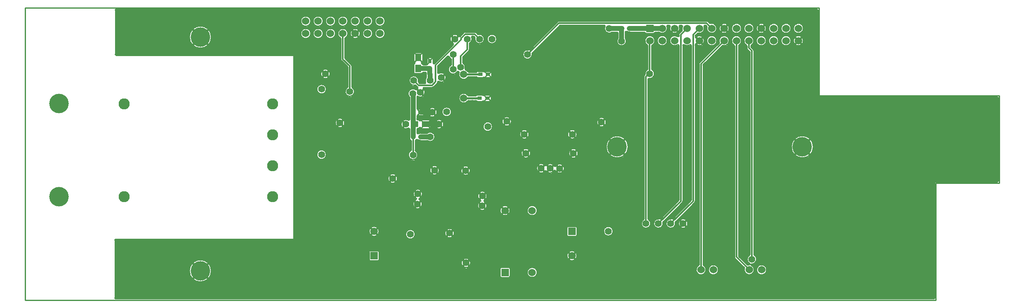
<source format=gbl>
*
*
G04 PADS 9.5 Build Number: 522968 generated Gerber (RS-274-X) file*
G04 PC Version=2.1*
*
%IN "ohm1.pcb"*%
*
%MOIN*%
*
%FSLAX35Y35*%
*
*
*
*
G04 PC Standard Apertures*
*
*
G04 Thermal Relief Aperture macro.*
%AMTER*
1,1,$1,0,0*
1,0,$1-$2,0,0*
21,0,$3,$4,0,0,45*
21,0,$3,$4,0,0,135*
%
*
*
G04 Annular Aperture macro.*
%AMANN*
1,1,$1,0,0*
1,0,$2,0,0*
%
*
*
G04 Odd Aperture macro.*
%AMODD*
1,1,$1,0,0*
1,0,$1-0.005,0,0*
%
*
*
G04 PC Custom Aperture Macros*
*
*
*
*
*
*
G04 PC Aperture Table*
*
%ADD010C,0.001*%
%ADD013C,0.01*%
%ADD017C,0.055*%
%ADD019C,0.09*%
%ADD028C,0.06*%
%ADD033C,0.03937*%
%ADD047C,0.012*%
%ADD073R,0.038X0.03*%
%ADD080R,0.06X0.05*%
%ADD083R,0.06X0.06*%
%ADD084C,0.01575*%
%ADD103C,0.015*%
%ADD137C,0.05512*%
%ADD138C,0.15748*%
%ADD139C,0.05906*%
%ADD140R,0.05X0.06*%
%ADD142R,0.03X0.038*%
%ADD145C,0.01969*%
*
*
*
*
G04 PC Circuitry*
G04 Layer Name ohm1.pcb - circuitry*
%LPD*%
*
*
G04 PC Custom Flashes*
G04 Layer Name ohm1.pcb - flashes*
%LPD*%
*
*
G04 PC Circuitry*
G04 Layer Name ohm1.pcb - circuitry*
%LPD*%
*
G54D10*
G54D13*
G01X2243538Y1605802D02*
G75*
G03X2243538I-8974J0D01*
G01X2235457Y1691580D02*
G03X2235457I-4100J0D01*
G01Y1701580D02*
G03X2235457I-4100J0D01*
G01X2225457Y1691580D02*
G03X2225457I-4100J0D01*
G01Y1701580D02*
G03X2225457I-4100J0D01*
G01X2215457Y1691580D02*
G03X2215457I-4100J0D01*
G01Y1701580D02*
G03X2215457I-4100J0D01*
G01X2205759Y1506353D02*
G03X2205759I-4100J0D01*
G01X2205457Y1691580D02*
G03X2205457I-4100J0D01*
G01Y1701580D02*
G03X2205457I-4100J0D01*
G01X2195457D02*
G03X2195457I-4100J0D01*
G01X2185457D02*
G03X2185457I-4100J0D01*
G01X2166793Y1506353D02*
G03X2166793I-4100J0D01*
G01X2175457Y1701580D02*
G03X2175457I-4100J0D01*
G01X2165457Y1691580D02*
G03X2165457I-4100J0D01*
G01X1998388Y1554221D02*
G03X1998388I-4100J0D01*
G01X1999535Y1626340D02*
G03X1999535I-3850J0D01*
G01X1984159Y1622134D02*
G03X1984159I-3856J0D01*
G01X1966539Y1511963D02*
G03X1966539I-3850J0D01*
G01X1966263Y1586582D02*
G03X1966263I-3850J0D01*
G01X1987557Y1692933D02*
G03X1987557I-3856J0D01*
G01X1907323Y1580159D02*
G03X1907323I-3856J0D01*
G01X1892504Y1537428D02*
G03X1892504I-4100J0D01*
G01X1897297Y1697394D02*
G03X1897297I-4100J0D01*
G01Y1707394D02*
G03X1897297I-4100J0D01*
G01X1887297Y1697394D02*
G03X1887297I-4100J0D01*
G01Y1707394D02*
G03X1887297I-4100J0D01*
G01X1877297Y1697394D02*
G03X1877297I-4100J0D01*
G01Y1707394D02*
G03X1877297I-4100J0D01*
G01X1867297D02*
G03X1867297I-4100J0D01*
G01X1849838Y1599453D02*
G03X1849838I-3856J0D01*
G01X1849878Y1652344D02*
G03X1849878I-3856J0D01*
G01X1852931Y1664764D02*
G03X1852931I-3850J0D01*
G01X1857297Y1697394D02*
G03X1857297I-4100J0D01*
G01Y1707394D02*
G03X1857297I-4100J0D01*
G01X1847297Y1697394D02*
G03X1847297I-4100J0D01*
G01Y1707394D02*
G03X1847297I-4100J0D01*
G01X1837297Y1697394D02*
G03X1837297I-4100J0D01*
G01Y1707394D02*
G03X1837297I-4100J0D01*
G01X1757006Y1505512D02*
G03X1757006I-8975J0D01*
G01Y1694488D02*
G03X1757006I-8975J0D01*
G01X1864740Y1625066D02*
G03X1864740I-3850J0D01*
G01X1939352Y1633755D02*
G03X1939352I-3850J0D01*
G01X1953306Y1535969D02*
G03X1953306I-3850J0D01*
G01X1941129Y1586834D02*
G03X1941129I-3850J0D01*
G01X1921608Y1535102D02*
G03X1921608I-3856J0D01*
G01X1944759Y1624152D02*
G03X1944759I-3850J0D01*
G01X1950980Y1633997D02*
G03X1950980I-3856J0D01*
G01X2052448Y1517743D02*
G03X2052448I-4100J0D01*
G01X2053384Y1600460D02*
G03X2053384I-3850J0D01*
G01X2052488Y1615899D02*
G03X2052488I-3850J0D01*
G01X2020306Y1504218D02*
G03X2020306I-4100J0D01*
G01Y1554218D02*
G03X2020306I-4100J0D01*
G01X2014973Y1600534D02*
G03X2014973I-3850J0D01*
G01X2013705Y1615824D02*
G03X2013705I-3850J0D01*
G01X2076082Y1625750D02*
G03X2076082I-3850J0D01*
G01X2125457Y1691580D02*
G03X2125457I-4100J0D01*
G01X2081628Y1537531D02*
G03X2081628I-3856J0D01*
G01X2093865Y1605802D02*
G03X2093865I-8974J0D01*
G01X2142062Y1543758D02*
G03X2142062I-3856J0D01*
G01X2392601Y1577978D02*
Y1645644D01*
G03X2392101Y1646144I-500J0*
G01X2248031*
X2246931Y1647244D02*
G03X2248031Y1646144I1100J0D01*
G01X2246931Y1647244D02*
Y1716510D01*
G03X2246431Y1717010I-500J0*
G01X1679776*
G03X1679276Y1716510I-0J-500*
G01Y1680378*
G03X1679776Y1679878I500J-0*
G01X1823273*
Y1531009*
X1679424*
G03X1678924Y1530509I-0J-500*
G01Y1483490*
G03X1679424Y1482990I500J-0*
G01X2340920*
G03X2341420Y1483490I-0J500*
G01Y1576378*
X2342520Y1577478D02*
G03X2341420Y1576378I-0J-1100D01*
G01X2342520Y1577478D02*
X2392101D01*
G03X2392601Y1577978I-0J500*
G01X2243538Y1605802D02*
G03X2243538I-8974J0D01*
G01X2235457Y1691580D02*
G03X2235457I-4100J0D01*
G01Y1701580D02*
G03X2235457I-4100J0D01*
G01X2225457Y1691580D02*
G03X2225457I-4100J0D01*
G01Y1701580D02*
G03X2225457I-4100J0D01*
G01X2215457Y1691580D02*
G03X2215457I-4100J0D01*
G01Y1701580D02*
G03X2215457I-4100J0D01*
G01X2205759Y1506353D02*
G03X2205759I-4100J0D01*
G01X2193577Y1511046D02*
G03X2195746Y1518211I222J3844D01*
G01X2193577Y1511046D02*
G03X2193343Y1510091I-29J-499D01*
G01X2187726Y1507513D02*
G03X2193343Y1510091I3933J-1160D01*
G01X2187726Y1507513D02*
G03X2187600Y1508007I-479J141D01*
G01Y1508008D02*
X2180155Y1515453D01*
X2179657Y1516655D02*
G03X2180155Y1515453I1700J-0D01*
G01X2179657Y1516655D02*
Y1687540D01*
G03X2179396Y1687979I-500J0*
G01X2183318D02*
G03X2179396I-1961J3601D01*
G01X2183318D02*
G03X2183057Y1687540I239J-439D01*
G01Y1517566*
G03X2183203Y1517213I500J0*
G01X2190004Y1510412*
G03X2190499Y1510286I354J353*
G01X2191937Y1510444D02*
G03X2190499Y1510286I-278J-4091D01*
G01X2191937Y1510444D02*
G03X2192181Y1511396I34J498D01*
G01X2191852Y1518211D02*
G03X2192181Y1511396I1947J-3321D01*
G01X2191852Y1518211D02*
G03X2192099Y1518642I-253J431D01*
G01Y1682399*
G03X2191953Y1682753I-500J0*
G01X2190155Y1684551*
X2189657Y1685753D02*
G03X2190155Y1684551I1700J-0D01*
G01X2189657Y1685753D02*
Y1687540D01*
G03X2189396Y1687979I-500J0*
G01X2193318D02*
G03X2189396I-1961J3601D01*
G01X2193318D02*
G03X2193057Y1687540I239J-439D01*
G01Y1686664*
G03X2193203Y1686311I500J0*
G01X2195001Y1684513*
X2195499Y1683311D02*
G03X2195001Y1684513I-1700J-0D01*
G01X2195499Y1683311D02*
Y1518642D01*
G03X2195746Y1518211I500J0*
G01X2205457Y1691580D02*
G03X2205457I-4100J0D01*
G01Y1701580D02*
G03X2205457I-4100J0D01*
G01X2195457D02*
G03X2195457I-4100J0D01*
G01X2185457D02*
G03X2185457I-4100J0D01*
G01X2166793Y1506353D02*
G03X2166793I-4100J0D01*
G01X2170197Y1687647D02*
G03X2167424Y1690421I1160J3933D01*
G01X2170197Y1687647D02*
G03X2169702Y1687521I-141J-479D01*
G01X2154539Y1672358*
G03X2154393Y1672005I354J-353*
G01Y1510393*
G03X2154654Y1509954I500J-0*
G01X2150732D02*
G03X2154654I1961J-3601D01*
G01X2150732D02*
G03X2150993Y1510393I-239J439D01*
G01Y1672916*
X2151491Y1674118D02*
G03X2150993Y1672916I1202J-1202D01*
G01X2151491Y1674118D02*
X2167298Y1689926D01*
G03X2167424Y1690421I-353J353*
G01X2175457Y1701580D02*
G03X2175457I-4100J0D01*
G01X2165457Y1691580D02*
G03X2165457I-4100J0D01*
G01X2157424Y1702740D02*
G03X2160197Y1705513I3933J-1160D01*
G01X2157424Y1702740D02*
G03X2157298Y1703235I-479J141D01*
G01X2156598Y1703934*
G03X2156245Y1704081I-353J-353*
G01X2155499*
G03X2155049Y1703363I0J-500*
G01X2150197Y1697647D02*
G03X2155049Y1703363I1160J3933D01*
G01X2150197Y1697647D02*
G03X2149702Y1697521I-141J-479D01*
G01X2148203Y1696022*
G03X2148057Y1695669I354J-353*
G01Y1695230*
G03X2148861Y1694833I500J-0*
G01Y1688327D02*
G03Y1694833I2496J3253D01*
G01Y1688327D02*
G03X2148057Y1687930I-304J-397D01*
G01Y1561909*
X2147559Y1560707D02*
G03X2148057Y1561909I-1202J1202D01*
G01X2147559Y1560707D02*
X2132066Y1545214D01*
G03X2131936Y1544734I354J-353*
G01X2129182Y1547488D02*
G03X2131936Y1544734I-976J-3730D01*
G01X2129182Y1547488D02*
G03X2129662Y1547618I127J484D01*
G01X2144510Y1562467*
G03X2144657Y1562820I-353J353*
G01Y1687930*
G03X2143853Y1688327I-500J0*
G01X2138861D02*
G03X2143853I2496J3253D01*
G01X2138861D02*
G03X2138057Y1687930I-304J-397D01*
G01Y1561909*
X2137559Y1560707D02*
G03X2138057Y1561909I-1202J1202D01*
G01X2137559Y1560707D02*
X2122066Y1545214D01*
G03X2121936Y1544734I354J-353*
G01X2119182Y1547488D02*
G03X2121936Y1544734I-976J-3730D01*
G01X2119182Y1547488D02*
G03X2119662Y1547618I127J484D01*
G01X2134510Y1562467*
G03X2134657Y1562820I-353J353*
G01Y1687930*
G03X2133853Y1688327I-500J0*
G01Y1694833D02*
G03Y1688327I-2496J-3253D01*
G01Y1694833D02*
G03X2134657Y1695230I304J397D01*
G01Y1696580*
X2135155Y1697782D02*
G03X2134657Y1696580I1202J-1202D01*
G01X2135155Y1697782D02*
X2137298Y1699926D01*
G03X2137424Y1700421I-353J353*
G01X2137665Y1703363D02*
G03X2137424Y1700421I3692J-1783D01*
G01X2137665Y1703363D02*
G03X2137215Y1704081I-450J218D01*
G01X2135499*
G03X2135049Y1703363I0J-500*
G01X2127665D02*
G03X2135049I3692J-1783D01*
G01X2127665D02*
G03X2127215Y1704081I-450J218D01*
G01X2125499*
G03X2125049Y1703363I0J-500*
G01X2118770Y1698399D02*
G03X2125049Y1703363I2587J3181D01*
G01X2118770Y1698399D02*
G03X2118454Y1698512I-316J-387D01*
G01X2115853*
G03X2115385Y1698189I-0J-500*
G01X2114357Y1697480D02*
G03X2115385Y1698189I-0J1100D01*
G01X2114357Y1697480D02*
X2108357D01*
X2107329Y1698189D02*
G03X2108357Y1697480I1028J391D01*
G01X2107329Y1698189D02*
G03X2106861Y1698512I-468J-177D01*
G01X2095294*
G03X2095234Y1698508I0J-500*
G01X2093343Y1698888D02*
G03X2095234Y1698508I1519J2666D01*
G01X2093343Y1698888D02*
G03X2093095Y1698954I-248J-434D01*
G01X2092962*
X2092359Y1699134D02*
G03X2092962Y1698954I603J920D01*
G01X2092359Y1699134D02*
G03X2091585Y1698716I-274J-418D01*
G01Y1693735*
G03X2091675Y1693449I500J0*
G01X2085358D02*
G03X2091675I3158J-2201D01*
G01X2085358D02*
G03X2085448Y1693735I-410J286D01*
G01Y1697867*
G03X2084948Y1698367I-500J0*
G01X2080934*
G03X2080648Y1698277I-0J-500*
G01X2075097Y1703334D02*
G03X2080648Y1698277I3349J-1898D01*
G01X2075097Y1703334D02*
G03X2074662Y1704081I-435J247D01*
G01X2038824*
G03X2038470Y1703934I-0J-500*
G01X2016334Y1681798*
G03X2016202Y1681323I353J-353*
G01X2013477Y1684105D02*
G03X2016202Y1681323I-1010J-3715D01*
G01X2013477Y1684105D02*
G03X2013961Y1684234I131J483D01*
G01X2036710Y1706983*
X2037912Y1707481D02*
G03X2036710Y1706983I0J-1700D01*
G01X2037912Y1707481D02*
X2157156D01*
X2158358Y1706983D02*
G03X2157156Y1707481I-1202J-1202D01*
G01X2158358Y1706983D02*
X2159702Y1705639D01*
G03X2160197Y1705513I354J353*
G01X1998388Y1507221D02*
Y1501221D01*
X1997288Y1500121D02*
G03X1998388Y1501221I-0J1100D01*
G01X1997288Y1500121D02*
X1991288D01*
X1990188Y1501221D02*
G03X1991288Y1500121I1100J-0D01*
G01X1990188Y1501221D02*
Y1507221D01*
X1991288Y1508321D02*
G03X1990188Y1507221I-0J-1100D01*
G01X1991288Y1508321D02*
X1997288D01*
X1998388Y1507221D02*
G03X1997288Y1508321I-1100J-0D01*
G01X1998388Y1554221D02*
G03X1998388I-4100J0D01*
G01X1999535Y1626340D02*
G03X1999535I-3850J0D01*
G01X1977466Y1562548D02*
G03X1974331Y1562616I-1492J3550D01*
G01X1977466Y1562548D02*
G03X1977446Y1561635I193J-461D01*
G01X1974311Y1561703D02*
G03X1977446Y1561635I1491J-3549D01*
G01X1974311Y1561703D02*
G03X1974331Y1562616I-194J461D01*
G01X1984159Y1622134D02*
G03X1984159I-3856J0D01*
G01X1966539Y1511963D02*
G03X1966539I-3850J0D01*
G01X1966263Y1586582D02*
G03X1966263I-3850J0D01*
G01X1983015Y1646585D02*
Y1643585D01*
X1981915Y1642485D02*
G03X1983015Y1643585I-0J1100D01*
G01X1981915Y1642485D02*
X1978115D01*
X1977290Y1642858D02*
G03X1978115Y1642485I825J727D01*
G01X1977290Y1642858D02*
G03X1976540I-375J-331D01*
G01X1975715Y1642485D02*
G03X1976540Y1642858I-0J1100D01*
G01X1975715Y1642485D02*
X1971915D01*
X1970999Y1642975D02*
G03X1971915Y1642485I916J610D01*
G01X1970999Y1642975D02*
G03X1970583Y1643198I-416J-277D01*
G01X1967892*
X1967667Y1643211D02*
G03X1967892Y1643198I225J1874D01*
G01X1967667Y1643211D02*
G03X1967607Y1643215I-60J-496D01*
G01X1964777*
G03X1964351Y1642977I-0J-500*
G01Y1647228D02*
G03Y1642977I-3451J-2126D01*
G01Y1647228D02*
G03X1964777Y1646990I426J262D01*
G01X1967875*
X1968101Y1646976D02*
G03X1967875Y1646990I-226J-1874D01*
G01X1968101Y1646976D02*
G03X1968160Y1646973I59J497D01*
G01X1970583*
G03X1970999Y1647195I0J500*
G01X1971915Y1647685D02*
G03X1970999Y1647195I-0J-1100D01*
G01X1971915Y1647685D02*
X1975715D01*
X1976540Y1647313D02*
G03X1975715Y1647685I-825J-728D01*
G01X1976540Y1647313D02*
G03X1977290I375J331D01*
G01X1978115Y1647685D02*
G03X1977290Y1647313I-0J-1100D01*
G01X1978115Y1647685D02*
X1981915D01*
X1983015Y1646585D02*
G03X1981915Y1647685I-1100J0D01*
G01X1983457Y1665831D02*
Y1662831D01*
X1982357Y1661731D02*
G03X1983457Y1662831I-0J1100D01*
G01X1982357Y1661731D02*
X1978557D01*
X1977732Y1662103D02*
G03X1978557Y1661731I825J728D01*
G01X1977732Y1662103D02*
G03X1976982I-375J-331D01*
G01X1976157Y1661731D02*
G03X1976982Y1662103I-0J1100D01*
G01X1976157Y1661731D02*
X1972357D01*
X1971442Y1662221D02*
G03X1972357Y1661731I915J610D01*
G01X1971442Y1662221D02*
G03X1971026Y1662443I-416J-278D01*
G01X1968371*
G03X1968314Y1662440I-0J-500*
G01X1968097Y1662428D02*
G03X1968314Y1662440I0J1887D01*
G01X1968097Y1662428D02*
X1964777D01*
G03X1964351Y1662190I-0J-500*
G01X1957177Y1665916D02*
G03X1964351Y1662190I3723J-1601D01*
G01X1957177Y1665916D02*
G03X1956915Y1666574I-459J198D01*
G01X1956426Y1666825D02*
G03X1956915Y1666574I2002J3289D01*
G01X1956426Y1666825D02*
G03X1955722Y1666627I-260J-427D01*
G01X1950352Y1671711D02*
G03X1955722Y1666627I1947J-3321D01*
G01X1950352Y1671711D02*
G03X1950599Y1672142I-253J431D01*
G01Y1676637*
G03X1950352Y1677068I-500J0*
G01X1948712Y1678993D02*
G03X1950352Y1677068I3587J1397D01*
G01X1948712Y1678993D02*
G03X1947892Y1679165I-466J-182D01*
G01X1940058Y1671330*
G03X1939911Y1670977I353J-353*
G01Y1665526*
G03X1940686Y1665108I500J-0*
G01X1940683Y1658673D02*
G03X1940686Y1665108I2116J3217D01*
G01X1940683Y1658673D02*
G03X1939909Y1658281I-274J-417D01*
G01X1939413Y1657165D02*
G03X1939909Y1658281I-1202J1202D01*
G01X1939413Y1657165D02*
X1936461Y1654213D01*
X1935259Y1653715D02*
G03X1936461Y1654213I0J1700D01*
G01X1935259Y1653715D02*
X1928574D01*
G03X1928255Y1652829I-0J-500*
G01X1923817Y1646563D02*
G03X1928255Y1652829I1985J3299D01*
G01X1923817Y1646563D02*
G03X1923059Y1646135I-258J-428D01*
G01Y1636678*
G03X1923788Y1636233I500J-0*
G01X1924291Y1636355D02*
G03X1923788Y1636233I-0J-1100D01*
G01X1924291Y1636355D02*
X1928091D01*
X1929191Y1635255D02*
G03X1928091Y1636355I-1100J-0D01*
G01X1929191Y1635255D02*
Y1632255D01*
X1928091Y1631155D02*
G03X1929191Y1632255I-0J1100D01*
G01X1928091Y1631155D02*
X1924291D01*
X1923788Y1631276D02*
G03X1924291Y1631155I503J979D01*
G01X1923788Y1631276D02*
G03X1923059Y1630832I-229J-444D01*
G01Y1628252*
G03X1923559Y1627752I500J0*
G01X1924091*
X1925122Y1627035D02*
G03X1924091Y1627752I-1031J-383D01*
G01X1925122Y1627035D02*
G03X1926059I469J174D01*
G01X1927091Y1627752D02*
G03X1926059Y1627035I-0J-1100D01*
G01X1927091Y1627752D02*
X1933091D01*
X1934191Y1626652D02*
G03X1933091Y1627752I-1100J0D01*
G01X1934191Y1626652D02*
Y1621652D01*
X1933091Y1620552D02*
G03X1934191Y1621652I-0J1100D01*
G01X1933091Y1620552D02*
X1927091D01*
X1926059Y1621269D02*
G03X1927091Y1620552I1032J383D01*
G01X1926059Y1621269D02*
G03X1925122I-468J-174D01*
G01X1924091Y1620552D02*
G03X1925122Y1621269I-0J1100D01*
G01X1924091Y1620552D02*
X1923559D01*
G03X1923059Y1620052I0J-500*
G01Y1616794*
G03X1923788Y1616350I500J0*
G01X1924291Y1616471D02*
G03X1923788Y1616350I-0J-1100D01*
G01X1924291Y1616471D02*
X1924423D01*
G03X1924671Y1616537I0J500*
G01X1926191Y1616940D02*
G03X1924671Y1616537I-0J-3069D01*
G01X1926191Y1616940D02*
X1931269D01*
G03X1931555Y1617030I0J500*
G01X1931556Y1610713D02*
G03X1931555Y1617030I2201J3159D01*
G01X1931556Y1610713D02*
G03X1931270Y1610803I-286J-410D01*
G01X1926191*
X1924671Y1611206D02*
G03X1926191Y1610803I1520J2665D01*
G01X1924671Y1611206D02*
G03X1924423Y1611271I-248J-435D01*
G01X1924291*
X1923466Y1611644D02*
G03X1924291Y1611271I825J727D01*
G01X1923466Y1611644D02*
G03X1922716I-375J-331D01*
G01X1922097Y1611291D02*
G03X1922716Y1611644I-206J1080D01*
G01X1922097Y1611291D02*
G03X1921691Y1610800I94J-491D01*
G01Y1602923*
G03X1921930Y1602497I500J0*
G01X1918035Y1602570D02*
G03X1921930Y1602497I1885J-3364D01*
G01X1918035Y1602570D02*
G03X1918291Y1603006I-244J436D01*
G01Y1610800*
G03X1917884Y1611291I-500J-0*
G01X1916991Y1612371D02*
G03X1917884Y1611291I1100J0D01*
G01X1916991Y1612371D02*
Y1613176D01*
G03X1916981Y1613273I-500J-0*
G01X1916922Y1613871D02*
G03X1916981Y1613273I3069J0D01*
G01X1916922Y1613871D02*
Y1620434D01*
G03X1916147Y1620852I-500J0*
G01Y1627287D02*
G03Y1620852I-2114J-3217D01*
G01Y1627287D02*
G03X1916922Y1627705I275J418D01*
G01Y1633755*
Y1646083*
G03X1916799Y1646411I-500J-0*
G01X1921996Y1652032D02*
G03X1916799Y1646411I-2294J-3092D01*
G01X1921996Y1652032D02*
G03X1922697Y1652138I298J402D01*
G01X1923703Y1653089D02*
G03X1922697Y1652138I2099J-3227D01*
G01X1923703Y1653089D02*
G03X1923679Y1653941I-273J419D01*
G01X1923325Y1654213D02*
G03X1923679Y1653941I1202J1202D01*
G01X1923325Y1654213D02*
X1922004Y1655534D01*
G03X1921524Y1655664I-354J-353*
G01X1924278Y1658418D02*
G03X1921524Y1655664I-3726J972D01*
G01X1924278Y1658418D02*
G03X1924408Y1657938I483J-126D01*
G01X1925085Y1657261*
G03X1925439Y1657115I354J354*
G01X1929641*
G03X1930098Y1657816I-0J500*
G01X1930465Y1661566D02*
G03X1930099Y1657816I3158J-2201D01*
G01X1930465Y1661566D02*
G03X1930555Y1661852I-410J286D01*
G01Y1664021*
G03X1930546Y1664114I-500J0*
G01X1930493Y1664680D02*
G03X1930546Y1664114I3069J-0D01*
G01X1930493Y1664680D02*
Y1665515D01*
G03X1929993Y1666015I-500J0*
G01X1929676*
G03X1929625Y1666013I-0J-500*
G01X1929317Y1665997D02*
G03X1929625Y1666013I-0J3069D01*
G01X1929317Y1665997D02*
X1928085D01*
G03X1927618Y1665675I0J-500*
G01X1926589Y1664966D02*
G03X1927618Y1665675I0J1100D01*
G01X1926589Y1664966D02*
X1921589D01*
X1920489Y1666066D02*
G03X1921589Y1664966I1100J-0D01*
G01X1920489Y1666066D02*
Y1672066D01*
X1921207Y1673097D02*
G03X1920489Y1672066I382J-1031D01*
G01X1921207Y1673097D02*
G03Y1674035I-174J469D01*
G01X1920489Y1675066D02*
G03X1921207Y1674035I1100J-0D01*
G01X1920489Y1675066D02*
Y1681066D01*
X1921589Y1682166D02*
G03X1920489Y1681066I0J-1100D01*
G01X1921589Y1682166D02*
X1926589D01*
X1927689Y1681066D02*
G03X1926589Y1682166I-1100J-0D01*
G01X1927689Y1681066D02*
Y1675066D01*
X1926972Y1674035D02*
G03X1927689Y1675066I-383J1031D01*
G01X1926972Y1674035D02*
G03Y1673097I174J-469D01*
G01X1927618Y1672457D02*
G03X1926972Y1673097I-1029J-391D01*
G01X1927618Y1672457D02*
G03X1928085Y1672134I467J177D01*
G01X1928976*
G03X1929026Y1672137I-0J500*
G01X1929335Y1672152D02*
G03X1929026Y1672137I-0J-3068D01*
G01X1929335Y1672152D02*
X1930639D01*
G03X1931084Y1672881I-0J500*
G01X1930962Y1673384D02*
G03X1931084Y1672881I1100J-0D01*
G01X1930962Y1673384D02*
Y1677184D01*
X1932062Y1678284D02*
G03X1930962Y1677184I-0J-1100D01*
G01X1932062Y1678284D02*
X1935062D01*
X1936162Y1677184D02*
G03X1935062Y1678284I-1100J-0D01*
G01X1936162Y1677184D02*
Y1673450D01*
G03X1937015Y1673096I500J-0*
G01X1951780Y1687861*
X1951984Y1688035D02*
G03X1951780Y1687861I998J-1376D01*
G01X1951984Y1688035D02*
G03X1952044Y1688086I-293J405D01*
G01X1952477Y1688519*
G03X1952305Y1689339I-353J354*
G01X1956939Y1695026D02*
G03X1952305Y1689339I-3238J-2093D01*
G01X1956939Y1695026D02*
G03X1957713Y1694944I420J271D01*
G01X1960861Y1698092*
X1962063Y1698590D02*
G03X1960861Y1698092I-0J-1700D01*
G01X1962063Y1698590D02*
X1969744D01*
X1970946Y1698092D02*
G03X1969744Y1698590I-1202J-1202D01*
G01X1970946Y1698092D02*
X1972245Y1696794D01*
G03X1972725Y1696664I353J353*
G01X1969971Y1693909D02*
G03X1972725Y1696664I3730J-976D01*
G01X1969971Y1693909D02*
G03X1969840Y1694390I-484J127D01*
G01X1969187Y1695043*
G03X1968833Y1695190I-354J-353*
G01X1967687*
G03X1967229Y1694488I-0J-500*
G01X1965648Y1689605D02*
G03X1967229Y1694488I-1947J3328D01*
G01X1965648Y1689605D02*
G03X1965401Y1689174I253J-431D01*
G01Y1684309*
X1964903Y1683107D02*
G03X1965401Y1684309I-1202J1202D01*
G01X1964903Y1683107D02*
X1960246Y1678450D01*
G03X1960099Y1678096I353J-354*
G01Y1673883*
G03X1960350Y1673450I500J0*
G01X1962030Y1668755D02*
G03X1960350Y1673450I-3602J1359D01*
G01X1962030Y1668755D02*
G03X1962323Y1668110I468J-177D01*
G01X1964351Y1666440D02*
G03X1962323Y1668110I-3451J-2125D01*
G01X1964351Y1666440D02*
G03X1964777Y1666202I426J262D01*
G01X1967839*
G03X1967896Y1666206I0J500*
G01X1968113Y1666218D02*
G03X1967896Y1666206I-0J-1887D01*
G01X1968113Y1666218D02*
X1971026D01*
G03X1971442Y1666441I-0J500*
G01X1972357Y1666931D02*
G03X1971442Y1666441I-0J-1100D01*
G01X1972357Y1666931D02*
X1976157D01*
X1976982Y1666558D02*
G03X1976157Y1666931I-825J-727D01*
G01X1976982Y1666558D02*
G03X1977732I375J331D01*
G01X1978557Y1666931D02*
G03X1977732Y1666558I-0J-1100D01*
G01X1978557Y1666931D02*
X1982357D01*
X1983457Y1665831D02*
G03X1982357Y1666931I-1100J-0D01*
G01X1987557Y1692933D02*
G03X1987557I-3856J0D01*
G01X1907323Y1580159D02*
G03X1907323I-3856J0D01*
G01X1892504Y1520743D02*
Y1514743D01*
X1891404Y1513643D02*
G03X1892504Y1514743I0J1100D01*
G01X1891404Y1513643D02*
X1885404D01*
X1884304Y1514743D02*
G03X1885404Y1513643I1100J-0D01*
G01X1884304Y1514743D02*
Y1520743D01*
X1885404Y1521843D02*
G03X1884304Y1520743I0J-1100D01*
G01X1885404Y1521843D02*
X1891404D01*
X1892504Y1520743D02*
G03X1891404Y1521843I-1100J-0D01*
G01X1892504Y1537428D02*
G03X1892504I-4100J0D01*
G01X1897297Y1697394D02*
G03X1897297I-4100J0D01*
G01Y1707394D02*
G03X1897297I-4100J0D01*
G01X1887297Y1697394D02*
G03X1887297I-4100J0D01*
G01Y1707394D02*
G03X1887297I-4100J0D01*
G01X1866852Y1653711D02*
G03X1870746I1947J-3321D01*
G01X1866852D02*
G03X1867099Y1654142I-253J431D01*
G01Y1670054*
G03X1866953Y1670408I-500J0*
G01X1861995Y1675366*
X1861497Y1676568D02*
G03X1861995Y1675366I1700J-0D01*
G01X1861497Y1676568D02*
Y1693354D01*
G03X1861236Y1693793I-500J-0*
G01X1865158D02*
G03X1861236I-1961J3601D01*
G01X1865158D02*
G03X1864897Y1693354I239J-439D01*
G01Y1677479*
G03X1865043Y1677126I500J0*
G01X1870001Y1672168*
X1870499Y1670966D02*
G03X1870001Y1672168I-1700J-0D01*
G01X1870499Y1670966D02*
Y1654142D01*
G03X1870746Y1653711I500J0*
G01X1877297Y1697394D02*
G03X1877297I-4100J0D01*
G01Y1707394D02*
G03X1877297I-4100J0D01*
G01X1867297D02*
G03X1867297I-4100J0D01*
G01X1849838Y1599453D02*
G03X1849838I-3856J0D01*
G01X1849878Y1652344D02*
G03X1849878I-3856J0D01*
G01X1852931Y1664764D02*
G03X1852931I-3850J0D01*
G01X1857297Y1697394D02*
G03X1857297I-4100J0D01*
G01Y1707394D02*
G03X1857297I-4100J0D01*
G01X1847297Y1697394D02*
G03X1847297I-4100J0D01*
G01Y1707394D02*
G03X1847297I-4100J0D01*
G01X1837297Y1697394D02*
G03X1837297I-4100J0D01*
G01Y1707394D02*
G03X1837297I-4100J0D01*
G01X1757006Y1505512D02*
G03X1757006I-8975J0D01*
G01Y1694488D02*
G03X1757006I-8975J0D01*
G01X1864740Y1625066D02*
G03X1864740I-3850J0D01*
G01X1939352Y1633755D02*
G03X1939352I-3850J0D01*
G01X1953306Y1535969D02*
G03X1953306I-3850J0D01*
G01X1941129Y1586834D02*
G03X1941129I-3850J0D01*
G01X1921608Y1535102D02*
G03X1921608I-3856J0D01*
G01X1924984Y1564028D02*
G03X1922430Y1564098I-1178J3666D01*
G01X1924984Y1564028D02*
G03X1924958Y1563085I153J-476D01*
G01X1922404Y1563155D02*
G03X1924958Y1563085I1178J-3665D01*
G01X1922404Y1563155D02*
G03X1922430Y1564098I-153J476D01*
G01X1944759Y1624152D02*
G03X1944759I-3850J0D01*
G01X1950980Y1633997D02*
G03X1950980I-3856J0D01*
G01X2052448Y1517743D02*
G03X2052448I-4100J0D01*
G01Y1540428D02*
Y1534428D01*
X2051348Y1533328D02*
G03X2052448Y1534428I-0J1100D01*
G01X2051348Y1533328D02*
X2045348D01*
X2044248Y1534428D02*
G03X2045348Y1533328I1100J-0D01*
G01X2044248Y1534428D02*
Y1540428D01*
X2045348Y1541528D02*
G03X2044248Y1540428I-0J-1100D01*
G01X2045348Y1541528D02*
X2051348D01*
X2052448Y1540428D02*
G03X2051348Y1541528I-1100J-0D01*
G01X2053384Y1600460D02*
G03X2053384I-3850J0D01*
G01X2052488Y1615899D02*
G03X2052488I-3850J0D01*
G01X2020306Y1504218D02*
G03X2020306I-4100J0D01*
G01Y1554218D02*
G03X2020306I-4100J0D01*
G01X2034947Y1586555D02*
G03X2035031Y1590101I3458J1692D01*
G01X2034947Y1586555D02*
G03X2034059Y1586576I-450J-219D01*
G01X2027513Y1586249D02*
G03X2034059Y1586576I3172J2182D01*
G01X2027513Y1586249D02*
G03X2026689I-412J-283D01*
G01Y1590612D02*
G03Y1586249I-3173J-2181D01*
G01Y1590612D02*
G03X2027513I412J283D01*
G01X2034144Y1590122D02*
G03X2027513Y1590612I-3459J-1691D01*
G01X2034144Y1590122D02*
G03X2035031Y1590101I449J220D01*
G01X2014973Y1600534D02*
G03X2014973I-3850J0D01*
G01X2013705Y1615824D02*
G03X2013705I-3850J0D01*
G01X2076082Y1625750D02*
G03X2076082I-3850J0D01*
G01X2125457Y1691580D02*
G03X2125457I-4100J0D01*
G01X2113184Y1687910D02*
G03X2109263Y1688055I-1827J3670D01*
G01X2113185Y1687910D02*
G03X2112907Y1687462I222J-448D01*
G01Y1668580*
G03X2113155Y1668148I500J-0*
G01X2110498Y1661030D02*
G03X2113155Y1668148I709J3790D01*
G01X2110498Y1661030D02*
G03X2109906Y1660539I-92J-491D01*
G01Y1547517*
G03X2110153Y1547086I500J0*
G01X2106258D02*
G03X2110153I1948J-3328D01*
G01X2106258D02*
G03X2106506Y1547517I-252J431D01*
G01Y1662542*
X2107004Y1663744D02*
G03X2106506Y1662542I1202J-1202D01*
G01X2107004Y1663744D02*
X2107233Y1663973D01*
G03X2107376Y1664383I-354J354*
G01X2109260Y1668148D02*
G03X2107376Y1664383I1947J-3328D01*
G01X2109260Y1668148D02*
G03X2109507Y1668580I-253J432D01*
G01Y1687625*
G03X2109263Y1688055I-500J0*
G01X2081628Y1537531D02*
G03X2081628I-3856J0D01*
G01X2093865Y1605802D02*
G03X2093865I-8974J0D01*
G01X2142062Y1543758D02*
G03X2142062I-3856J0D01*
G01X2195499Y1644988D02*
X2392601D01*
X2195499Y1644088D02*
X2392601D01*
X2195499Y1643188D02*
X2392601D01*
X2195499Y1642288D02*
X2392601D01*
X2195499Y1641388D02*
X2392601D01*
X2195499Y1640488D02*
X2392601D01*
X2195499Y1639588D02*
X2392601D01*
X2195499Y1638688D02*
X2392601D01*
X2195499Y1637788D02*
X2392601D01*
X2195499Y1636888D02*
X2392601D01*
X2195499Y1635988D02*
X2392601D01*
X2195499Y1635088D02*
X2392601D01*
X2195499Y1634188D02*
X2392601D01*
X2195499Y1633288D02*
X2392601D01*
X2195499Y1632388D02*
X2392601D01*
X2195499Y1631488D02*
X2392601D01*
X2195499Y1630588D02*
X2392601D01*
X2195499Y1629688D02*
X2392601D01*
X2195499Y1628788D02*
X2392601D01*
X2195499Y1627888D02*
X2392601D01*
X2195499Y1626988D02*
X2392601D01*
X2195499Y1626088D02*
X2392601D01*
X2195499Y1625188D02*
X2392601D01*
X2195499Y1624288D02*
X2392601D01*
X2195499Y1623388D02*
X2392601D01*
X2195499Y1622488D02*
X2392601D01*
X2195499Y1621588D02*
X2392601D01*
X2195499Y1620688D02*
X2392601D01*
X2195499Y1619788D02*
X2392601D01*
X2195499Y1618888D02*
X2392601D01*
X2195499Y1617988D02*
X2392601D01*
X2195499Y1617088D02*
X2392601D01*
X2195499Y1616188D02*
X2392601D01*
X2195499Y1615288D02*
X2392601D01*
X2237173Y1614388D02*
X2392601D01*
X2239196Y1613488D02*
X2392601D01*
X2240436Y1612588D02*
X2392601D01*
X2241338Y1611688D02*
X2392601D01*
X2242025Y1610788D02*
X2392601D01*
X2242554Y1609888D02*
X2392601D01*
X2242954Y1608988D02*
X2392601D01*
X2243242Y1608088D02*
X2392601D01*
X2243431Y1607188D02*
X2392601D01*
X2243525Y1606288D02*
X2392601D01*
X2243529Y1605388D02*
X2392601D01*
X2243442Y1604488D02*
X2392601D01*
X2243261Y1603588D02*
X2392601D01*
X2242981Y1602688D02*
X2392601D01*
X2242591Y1601788D02*
X2392601D01*
X2242074Y1600888D02*
X2392601D01*
X2241401Y1599988D02*
X2392601D01*
X2240519Y1599088D02*
X2392601D01*
X2239315Y1598188D02*
X2392601D01*
X2237403Y1597288D02*
X2392601D01*
X2195499Y1596388D02*
X2392601D01*
X2195499Y1595488D02*
X2392601D01*
X2195499Y1594588D02*
X2392601D01*
X2195499Y1593688D02*
X2392601D01*
X2195499Y1592788D02*
X2392601D01*
X2195499Y1591888D02*
X2392601D01*
X2195499Y1590988D02*
X2392601D01*
X2195499Y1590088D02*
X2392601D01*
X2195499Y1589188D02*
X2392601D01*
X2195499Y1588288D02*
X2392601D01*
X2195499Y1587388D02*
X2392601D01*
X2195499Y1586488D02*
X2392601D01*
X2195499Y1585588D02*
X2392601D01*
X2195499Y1584688D02*
X2392601D01*
X2195499Y1583788D02*
X2392601D01*
X2195499Y1582888D02*
X2392601D01*
X2195499Y1581988D02*
X2392601D01*
X2195499Y1581088D02*
X2392601D01*
X2195499Y1580188D02*
X2392601D01*
X2195499Y1579288D02*
X2392601D01*
X2195499Y1578388D02*
X2392601D01*
X2195499Y1645888D02*
X2392537D01*
X2195499Y1577488D02*
X2392203D01*
X2195499Y1576588D02*
X2341440D01*
X2195499Y1575688D02*
X2341420D01*
X2195499Y1574788D02*
X2341420D01*
X2195499Y1573888D02*
X2341420D01*
X2195499Y1572988D02*
X2341420D01*
X2195499Y1572088D02*
X2341420D01*
X2195499Y1571188D02*
X2341420D01*
X2195499Y1570288D02*
X2341420D01*
X2195499Y1569388D02*
X2341420D01*
X2195499Y1568488D02*
X2341420D01*
X2195499Y1567588D02*
X2341420D01*
X2195499Y1566688D02*
X2341420D01*
X2195499Y1565788D02*
X2341420D01*
X2195499Y1564888D02*
X2341420D01*
X2195499Y1563988D02*
X2341420D01*
X2195499Y1563088D02*
X2341420D01*
X2195499Y1562188D02*
X2341420D01*
X2195499Y1561288D02*
X2341420D01*
X2195499Y1560388D02*
X2341420D01*
X2195499Y1559488D02*
X2341420D01*
X2195499Y1558588D02*
X2341420D01*
X2195499Y1557688D02*
X2341420D01*
X2195499Y1556788D02*
X2341420D01*
X2195499Y1555888D02*
X2341420D01*
X2195499Y1554988D02*
X2341420D01*
X2195499Y1554088D02*
X2341420D01*
X2195499Y1553188D02*
X2341420D01*
X2195499Y1552288D02*
X2341420D01*
X2195499Y1551388D02*
X2341420D01*
X2195499Y1550488D02*
X2341420D01*
X2195499Y1549588D02*
X2341420D01*
X2195499Y1548688D02*
X2341420D01*
X2195499Y1547788D02*
X2341420D01*
X2195499Y1546888D02*
X2341420D01*
X2195499Y1545988D02*
X2341420D01*
X2195499Y1545088D02*
X2341420D01*
X2195499Y1544188D02*
X2341420D01*
X2195499Y1543288D02*
X2341420D01*
X2195499Y1542388D02*
X2341420D01*
X2195499Y1541488D02*
X2341420D01*
X2195499Y1540588D02*
X2341420D01*
X2195499Y1539688D02*
X2341420D01*
X2195499Y1538788D02*
X2341420D01*
X2195499Y1537888D02*
X2341420D01*
X2195499Y1536988D02*
X2341420D01*
X2195499Y1536088D02*
X2341420D01*
X2195499Y1535188D02*
X2341420D01*
X2195499Y1534288D02*
X2341420D01*
X2195499Y1533388D02*
X2341420D01*
X2195499Y1532488D02*
X2341420D01*
X2195499Y1531588D02*
X2341420D01*
X2195499Y1530688D02*
X2341420D01*
X2195499Y1529788D02*
X2341420D01*
X2195499Y1528888D02*
X2341420D01*
X2195499Y1527988D02*
X2341420D01*
X2195499Y1527088D02*
X2341420D01*
X2195499Y1526188D02*
X2341420D01*
X2195499Y1525288D02*
X2341420D01*
X2195499Y1524388D02*
X2341420D01*
X2195499Y1523488D02*
X2341420D01*
X2195499Y1522588D02*
X2341420D01*
X2195499Y1521688D02*
X2341420D01*
X2195499Y1520788D02*
X2341420D01*
X2195499Y1519888D02*
X2341420D01*
X2195499Y1518988D02*
X2341420D01*
X2195942Y1518088D02*
X2341420D01*
X2196888Y1517188D02*
X2341420D01*
X2197386Y1516288D02*
X2341420D01*
X2197617Y1515388D02*
X2341420D01*
X2197628Y1514488D02*
X2341420D01*
X2197423Y1513588D02*
X2341420D01*
X2196958Y1512688D02*
X2341420D01*
X2196081Y1511788D02*
X2341420D01*
X2193183Y1510888D02*
X2341420D01*
X2203554Y1509988D02*
X2341420D01*
X2204713Y1509088D02*
X2341420D01*
X2205325Y1508188D02*
X2341420D01*
X2205651Y1507288D02*
X2341420D01*
X2205759Y1506388D02*
X2341420D01*
X2205667Y1505488D02*
X2341420D01*
X2205360Y1504588D02*
X2341420D01*
X2204775Y1503688D02*
X2341420D01*
X2203685Y1502788D02*
X2341420D01*
X2019580Y1501888D02*
X2341420D01*
X2018732Y1500988D02*
X2341420D01*
X1755181Y1500088D02*
X2341420D01*
X1754399Y1499188D02*
X2341420D01*
X1753357Y1498288D02*
X2341420D01*
X1751845Y1497388D02*
X2341420D01*
X1678924Y1496488D02*
X2341420D01*
X1678924Y1495588D02*
X2341420D01*
X1678924Y1494688D02*
X2341420D01*
X1678924Y1493788D02*
X2341420D01*
X1678924Y1492888D02*
X2341420D01*
X1678924Y1491988D02*
X2341420D01*
X1678924Y1491088D02*
X2341420D01*
X1678924Y1490188D02*
X2341420D01*
X1678924Y1489288D02*
X2341420D01*
X1678924Y1488388D02*
X2341420D01*
X1678924Y1487488D02*
X2341420D01*
X1678924Y1486588D02*
X2341420D01*
X1678924Y1485688D02*
X2341420D01*
X1678924Y1484788D02*
X2341420D01*
X1678924Y1483888D02*
X2341420D01*
X2195499Y1646788D02*
X2247030D01*
X1679276Y1716088D02*
X2246931D01*
X1679276Y1715188D02*
X2246931D01*
X1679276Y1714288D02*
X2246931D01*
X1679276Y1713388D02*
X2246931D01*
X1679276Y1712488D02*
X2246931D01*
X1679276Y1711588D02*
X2246931D01*
X1895637Y1710688D02*
X2246931D01*
X1896525Y1709788D02*
X2246931D01*
X1897015Y1708888D02*
X2246931D01*
X1897254Y1707988D02*
X2246931D01*
X2158243Y1707088D02*
X2246931D01*
X2159153Y1706188D02*
X2246931D01*
X2233106Y1705288D02*
X2246931D01*
X2234344Y1704388D02*
X2246931D01*
X2234986Y1703488D02*
X2246931D01*
X2235331Y1702588D02*
X2246931D01*
X2235456Y1701688D02*
X2246931D01*
X2235380Y1700788D02*
X2246931D01*
X2235092Y1699888D02*
X2246931D01*
X2234534Y1698988D02*
X2246931D01*
X2233506Y1698088D02*
X2246931D01*
X2149370Y1697188D02*
X2246931D01*
X2148470Y1696288D02*
X2246931D01*
X2232876Y1695388D02*
X2246931D01*
X2234247Y1694488D02*
X2246931D01*
X2234931Y1693588D02*
X2246931D01*
X2235304Y1692688D02*
X2246931D01*
X2235452Y1691788D02*
X2246931D01*
X2235398Y1690888D02*
X2246931D01*
X2235135Y1689988D02*
X2246931D01*
X2234613Y1689088D02*
X2246931D01*
X2233661Y1688188D02*
X2246931D01*
X2193057Y1687288D02*
X2246931D01*
X2193140Y1686388D02*
X2246931D01*
X2194026Y1685488D02*
X2246931D01*
X2194926Y1684588D02*
X2246931D01*
X2195457Y1683688D02*
X2246931D01*
X2195499Y1682788D02*
X2246931D01*
X2195499Y1681888D02*
X2246931D01*
X2195499Y1680988D02*
X2246931D01*
X2195499Y1680088D02*
X2246931D01*
X2195499Y1679188D02*
X2246931D01*
X2195499Y1678288D02*
X2246931D01*
X2195499Y1677388D02*
X2246931D01*
X2195499Y1676488D02*
X2246931D01*
X2195499Y1675588D02*
X2246931D01*
X2195499Y1674688D02*
X2246931D01*
X2195499Y1673788D02*
X2246931D01*
X2195499Y1672888D02*
X2246931D01*
X2195499Y1671988D02*
X2246931D01*
X2195499Y1671088D02*
X2246931D01*
X2195499Y1670188D02*
X2246931D01*
X2195499Y1669288D02*
X2246931D01*
X2195499Y1668388D02*
X2246931D01*
X2195499Y1667488D02*
X2246931D01*
X2195499Y1666588D02*
X2246931D01*
X2195499Y1665688D02*
X2246931D01*
X2195499Y1664788D02*
X2246931D01*
X2195499Y1663888D02*
X2246931D01*
X2195499Y1662988D02*
X2246931D01*
X2195499Y1662088D02*
X2246931D01*
X2195499Y1661188D02*
X2246931D01*
X2195499Y1660288D02*
X2246931D01*
X2195499Y1659388D02*
X2246931D01*
X2195499Y1658488D02*
X2246931D01*
X2195499Y1657588D02*
X2246931D01*
X2195499Y1656688D02*
X2246931D01*
X2195499Y1655788D02*
X2246931D01*
X2195499Y1654888D02*
X2246931D01*
X2195499Y1653988D02*
X2246931D01*
X2195499Y1653088D02*
X2246931D01*
X2195499Y1652188D02*
X2246931D01*
X2195499Y1651288D02*
X2246931D01*
X2195499Y1650388D02*
X2246931D01*
X2195499Y1649488D02*
X2246931D01*
X2195499Y1648588D02*
X2246931D01*
X2195499Y1647688D02*
X2246931D01*
X1679630Y1716988D02*
X2246577D01*
X2195499Y1614388D02*
X2231956D01*
X2195499Y1597288D02*
X2231726D01*
X2195499Y1613488D02*
X2229933D01*
X2222876Y1695388D02*
X2229838D01*
X2195499Y1598188D02*
X2229814D01*
X2223106Y1705288D02*
X2229608D01*
X2223506Y1698088D02*
X2229208D01*
X2223661Y1688188D02*
X2229053D01*
X2195499Y1612588D02*
X2228693D01*
X2195499Y1599088D02*
X2228609D01*
X2224247Y1694488D02*
X2228467D01*
X2224344Y1704388D02*
X2228370D01*
X2224534Y1698988D02*
X2228180D01*
X2224613Y1689088D02*
X2228101D01*
X2195499Y1611688D02*
X2227791D01*
X2224931Y1693588D02*
X2227783D01*
X2224986Y1703488D02*
X2227728D01*
X2195499Y1599988D02*
X2227728D01*
X2225092Y1699888D02*
X2227622D01*
X2225135Y1689988D02*
X2227578D01*
X2225304Y1692688D02*
X2227410D01*
X2225331Y1702588D02*
X2227383D01*
X2225380Y1700788D02*
X2227334D01*
X2225398Y1690888D02*
X2227316D01*
X2225452Y1691788D02*
X2227262D01*
X2225456Y1701688D02*
X2227258D01*
X2195499Y1610788D02*
X2227103D01*
X2195499Y1600888D02*
X2227055D01*
X2195499Y1609888D02*
X2226575D01*
X2195499Y1601788D02*
X2226538D01*
X2195499Y1608988D02*
X2226175D01*
X2195499Y1602688D02*
X2226148D01*
X2195499Y1608088D02*
X2225886D01*
X2195499Y1603588D02*
X2225868D01*
X2195499Y1607188D02*
X2225698D01*
X2195499Y1604488D02*
X2225687D01*
X2195499Y1606288D02*
X2225603D01*
X2195499Y1605388D02*
X2225600D01*
X2212876Y1695388D02*
X2219838D01*
X2213106Y1705288D02*
X2219608D01*
X2213506Y1698088D02*
X2219208D01*
X2213661Y1688188D02*
X2219053D01*
X2214247Y1694488D02*
X2218467D01*
X2214344Y1704388D02*
X2218370D01*
X2214534Y1698988D02*
X2218180D01*
X2214613Y1689088D02*
X2218101D01*
X2214931Y1693588D02*
X2217783D01*
X2214986Y1703488D02*
X2217728D01*
X2215092Y1699888D02*
X2217622D01*
X2215135Y1689988D02*
X2217578D01*
X2215304Y1692688D02*
X2217410D01*
X2215331Y1702588D02*
X2217383D01*
X2215380Y1700788D02*
X2217334D01*
X2215398Y1690888D02*
X2217316D01*
X2215452Y1691788D02*
X2217262D01*
X2215456Y1701688D02*
X2217258D01*
X2202876Y1695388D02*
X2209838D01*
X2203106Y1705288D02*
X2209608D01*
X2203506Y1698088D02*
X2209208D01*
X2203661Y1688188D02*
X2209053D01*
X2204247Y1694488D02*
X2208467D01*
X2204344Y1704388D02*
X2208370D01*
X2204534Y1698988D02*
X2208180D01*
X2204613Y1689088D02*
X2208101D01*
X2204931Y1693588D02*
X2207783D01*
X2204986Y1703488D02*
X2207728D01*
X2205092Y1699888D02*
X2207622D01*
X2205135Y1689988D02*
X2207578D01*
X2205304Y1692688D02*
X2207410D01*
X2205331Y1702588D02*
X2207383D01*
X2205380Y1700788D02*
X2207334D01*
X2205398Y1690888D02*
X2207316D01*
X2205452Y1691788D02*
X2207262D01*
X2205456Y1701688D02*
X2207258D01*
X2192876Y1695388D02*
X2199838D01*
X2193554Y1509988D02*
X2199763D01*
X2193685Y1502788D02*
X2199633D01*
X2193106Y1705288D02*
X2199608D01*
X2193506Y1698088D02*
X2199208D01*
X2193661Y1688188D02*
X2199053D01*
X2194713Y1509088D02*
X2198605D01*
X2194775Y1503688D02*
X2198543D01*
X2194247Y1694488D02*
X2198467D01*
X2194344Y1704388D02*
X2198370D01*
X2194534Y1698988D02*
X2198180D01*
X2194613Y1689088D02*
X2198101D01*
X2195325Y1508188D02*
X2197993D01*
X2195360Y1504588D02*
X2197958D01*
X2194931Y1693588D02*
X2197783D01*
X2194986Y1703488D02*
X2197728D01*
X2195651Y1507288D02*
X2197667D01*
X2195667Y1505488D02*
X2197651D01*
X2195092Y1699888D02*
X2197622D01*
X2195135Y1689988D02*
X2197578D01*
X2195759Y1506388D02*
X2197559D01*
X2195304Y1692688D02*
X2197410D01*
X2195331Y1702588D02*
X2197383D01*
X2195380Y1700788D02*
X2197334D01*
X2195398Y1690888D02*
X2197316D01*
X2195452Y1691788D02*
X2197262D01*
X2195456Y1701688D02*
X2197258D01*
X2189528Y1510888D02*
X2192468D01*
X2183057Y1681888D02*
X2192099D01*
X2183057Y1680988D02*
X2192099D01*
X2183057Y1680088D02*
X2192099D01*
X2183057Y1679188D02*
X2192099D01*
X2183057Y1678288D02*
X2192099D01*
X2183057Y1677388D02*
X2192099D01*
X2183057Y1676488D02*
X2192099D01*
X2183057Y1675588D02*
X2192099D01*
X2183057Y1674688D02*
X2192099D01*
X2183057Y1673788D02*
X2192099D01*
X2183057Y1672888D02*
X2192099D01*
X2183057Y1671988D02*
X2192099D01*
X2183057Y1671088D02*
X2192099D01*
X2183057Y1670188D02*
X2192099D01*
X2183057Y1669288D02*
X2192099D01*
X2183057Y1668388D02*
X2192099D01*
X2183057Y1667488D02*
X2192099D01*
X2183057Y1666588D02*
X2192099D01*
X2183057Y1665688D02*
X2192099D01*
X2183057Y1664788D02*
X2192099D01*
X2183057Y1663888D02*
X2192099D01*
X2183057Y1662988D02*
X2192099D01*
X2183057Y1662088D02*
X2192099D01*
X2183057Y1661188D02*
X2192099D01*
X2183057Y1660288D02*
X2192099D01*
X2183057Y1659388D02*
X2192099D01*
X2183057Y1658488D02*
X2192099D01*
X2183057Y1657588D02*
X2192099D01*
X2183057Y1656688D02*
X2192099D01*
X2183057Y1655788D02*
X2192099D01*
X2183057Y1654888D02*
X2192099D01*
X2183057Y1653988D02*
X2192099D01*
X2183057Y1653088D02*
X2192099D01*
X2183057Y1652188D02*
X2192099D01*
X2183057Y1651288D02*
X2192099D01*
X2183057Y1650388D02*
X2192099D01*
X2183057Y1649488D02*
X2192099D01*
X2183057Y1648588D02*
X2192099D01*
X2183057Y1647688D02*
X2192099D01*
X2183057Y1646788D02*
X2192099D01*
X2183057Y1645888D02*
X2192099D01*
X2183057Y1644988D02*
X2192099D01*
X2183057Y1644088D02*
X2192099D01*
X2183057Y1643188D02*
X2192099D01*
X2183057Y1642288D02*
X2192099D01*
X2183057Y1641388D02*
X2192099D01*
X2183057Y1640488D02*
X2192099D01*
X2183057Y1639588D02*
X2192099D01*
X2183057Y1638688D02*
X2192099D01*
X2183057Y1637788D02*
X2192099D01*
X2183057Y1636888D02*
X2192099D01*
X2183057Y1635988D02*
X2192099D01*
X2183057Y1635088D02*
X2192099D01*
X2183057Y1634188D02*
X2192099D01*
X2183057Y1633288D02*
X2192099D01*
X2183057Y1632388D02*
X2192099D01*
X2183057Y1631488D02*
X2192099D01*
X2183057Y1630588D02*
X2192099D01*
X2183057Y1629688D02*
X2192099D01*
X2183057Y1628788D02*
X2192099D01*
X2183057Y1627888D02*
X2192099D01*
X2183057Y1626988D02*
X2192099D01*
X2183057Y1626088D02*
X2192099D01*
X2183057Y1625188D02*
X2192099D01*
X2183057Y1624288D02*
X2192099D01*
X2183057Y1623388D02*
X2192099D01*
X2183057Y1622488D02*
X2192099D01*
X2183057Y1621588D02*
X2192099D01*
X2183057Y1620688D02*
X2192099D01*
X2183057Y1619788D02*
X2192099D01*
X2183057Y1618888D02*
X2192099D01*
X2183057Y1617988D02*
X2192099D01*
X2183057Y1617088D02*
X2192099D01*
X2183057Y1616188D02*
X2192099D01*
X2183057Y1615288D02*
X2192099D01*
X2183057Y1614388D02*
X2192099D01*
X2183057Y1613488D02*
X2192099D01*
X2183057Y1612588D02*
X2192099D01*
X2183057Y1611688D02*
X2192099D01*
X2183057Y1610788D02*
X2192099D01*
X2183057Y1609888D02*
X2192099D01*
X2183057Y1608988D02*
X2192099D01*
X2183057Y1608088D02*
X2192099D01*
X2183057Y1607188D02*
X2192099D01*
X2183057Y1606288D02*
X2192099D01*
X2183057Y1605388D02*
X2192099D01*
X2183057Y1604488D02*
X2192099D01*
X2183057Y1603588D02*
X2192099D01*
X2183057Y1602688D02*
X2192099D01*
X2183057Y1601788D02*
X2192099D01*
X2183057Y1600888D02*
X2192099D01*
X2183057Y1599988D02*
X2192099D01*
X2183057Y1599088D02*
X2192099D01*
X2183057Y1598188D02*
X2192099D01*
X2183057Y1597288D02*
X2192099D01*
X2183057Y1596388D02*
X2192099D01*
X2183057Y1595488D02*
X2192099D01*
X2183057Y1594588D02*
X2192099D01*
X2183057Y1593688D02*
X2192099D01*
X2183057Y1592788D02*
X2192099D01*
X2183057Y1591888D02*
X2192099D01*
X2183057Y1590988D02*
X2192099D01*
X2183057Y1590088D02*
X2192099D01*
X2183057Y1589188D02*
X2192099D01*
X2183057Y1588288D02*
X2192099D01*
X2183057Y1587388D02*
X2192099D01*
X2183057Y1586488D02*
X2192099D01*
X2183057Y1585588D02*
X2192099D01*
X2183057Y1584688D02*
X2192099D01*
X2183057Y1583788D02*
X2192099D01*
X2183057Y1582888D02*
X2192099D01*
X2183057Y1581988D02*
X2192099D01*
X2183057Y1581088D02*
X2192099D01*
X2183057Y1580188D02*
X2192099D01*
X2183057Y1579288D02*
X2192099D01*
X2183057Y1578388D02*
X2192099D01*
X2183057Y1577488D02*
X2192099D01*
X2183057Y1576588D02*
X2192099D01*
X2183057Y1575688D02*
X2192099D01*
X2183057Y1574788D02*
X2192099D01*
X2183057Y1573888D02*
X2192099D01*
X2183057Y1572988D02*
X2192099D01*
X2183057Y1572088D02*
X2192099D01*
X2183057Y1571188D02*
X2192099D01*
X2183057Y1570288D02*
X2192099D01*
X2183057Y1569388D02*
X2192099D01*
X2183057Y1568488D02*
X2192099D01*
X2183057Y1567588D02*
X2192099D01*
X2183057Y1566688D02*
X2192099D01*
X2183057Y1565788D02*
X2192099D01*
X2183057Y1564888D02*
X2192099D01*
X2183057Y1563988D02*
X2192099D01*
X2183057Y1563088D02*
X2192099D01*
X2183057Y1562188D02*
X2192099D01*
X2183057Y1561288D02*
X2192099D01*
X2183057Y1560388D02*
X2192099D01*
X2183057Y1559488D02*
X2192099D01*
X2183057Y1558588D02*
X2192099D01*
X2183057Y1557688D02*
X2192099D01*
X2183057Y1556788D02*
X2192099D01*
X2183057Y1555888D02*
X2192099D01*
X2183057Y1554988D02*
X2192099D01*
X2183057Y1554088D02*
X2192099D01*
X2183057Y1553188D02*
X2192099D01*
X2183057Y1552288D02*
X2192099D01*
X2183057Y1551388D02*
X2192099D01*
X2183057Y1550488D02*
X2192099D01*
X2183057Y1549588D02*
X2192099D01*
X2183057Y1548688D02*
X2192099D01*
X2183057Y1547788D02*
X2192099D01*
X2183057Y1546888D02*
X2192099D01*
X2183057Y1545988D02*
X2192099D01*
X2183057Y1545088D02*
X2192099D01*
X2183057Y1544188D02*
X2192099D01*
X2183057Y1543288D02*
X2192099D01*
X2183057Y1542388D02*
X2192099D01*
X2183057Y1541488D02*
X2192099D01*
X2183057Y1540588D02*
X2192099D01*
X2183057Y1539688D02*
X2192099D01*
X2183057Y1538788D02*
X2192099D01*
X2183057Y1537888D02*
X2192099D01*
X2183057Y1536988D02*
X2192099D01*
X2183057Y1536088D02*
X2192099D01*
X2183057Y1535188D02*
X2192099D01*
X2183057Y1534288D02*
X2192099D01*
X2183057Y1533388D02*
X2192099D01*
X2183057Y1532488D02*
X2192099D01*
X2183057Y1531588D02*
X2192099D01*
X2183057Y1530688D02*
X2192099D01*
X2183057Y1529788D02*
X2192099D01*
X2183057Y1528888D02*
X2192099D01*
X2183057Y1527988D02*
X2192099D01*
X2183057Y1527088D02*
X2192099D01*
X2183057Y1526188D02*
X2192099D01*
X2183057Y1525288D02*
X2192099D01*
X2183057Y1524388D02*
X2192099D01*
X2183057Y1523488D02*
X2192099D01*
X2183057Y1522588D02*
X2192099D01*
X2183057Y1521688D02*
X2192099D01*
X2183057Y1520788D02*
X2192099D01*
X2183057Y1519888D02*
X2192099D01*
X2183057Y1518988D02*
X2192099D01*
X2183057Y1682788D02*
X2191917D01*
X2183057Y1518088D02*
X2191657D01*
X2188628Y1511788D02*
X2191518D01*
X2183057Y1683688D02*
X2191017D01*
X2183228Y1517188D02*
X2190711D01*
X2187728Y1512688D02*
X2190641D01*
X2184128Y1516288D02*
X2190212D01*
X2186828Y1513588D02*
X2190176D01*
X2183057Y1684588D02*
X2190118D01*
X2185028Y1515388D02*
X2189982D01*
X2185928Y1514488D02*
X2189970D01*
X2182876Y1695388D02*
X2189838D01*
X2183057Y1685488D02*
X2189678D01*
X2183057Y1687288D02*
X2189657D01*
X2183057Y1686388D02*
X2189657D01*
X2164719Y1502788D02*
X2189633D01*
X2183106Y1705288D02*
X2189608D01*
X2183506Y1698088D02*
X2189208D01*
X2183661Y1688188D02*
X2189053D01*
X2165809Y1503688D02*
X2188543D01*
X2184247Y1694488D02*
X2188467D01*
X2184344Y1704388D02*
X2188370D01*
X2184534Y1698988D02*
X2188180D01*
X2184613Y1689088D02*
X2188101D01*
X2166394Y1504588D02*
X2187958D01*
X2184931Y1693588D02*
X2187783D01*
X2184986Y1703488D02*
X2187728D01*
X2166685Y1507288D02*
X2187667D01*
X2166701Y1505488D02*
X2187651D01*
X2185092Y1699888D02*
X2187622D01*
X2185135Y1689988D02*
X2187578D01*
X2166793Y1506388D02*
X2187559D01*
X2166359Y1508188D02*
X2187419D01*
X2185304Y1692688D02*
X2187410D01*
X2185331Y1702588D02*
X2187383D01*
X2185380Y1700788D02*
X2187334D01*
X2185398Y1690888D02*
X2187316D01*
X2185452Y1691788D02*
X2187262D01*
X2185456Y1701688D02*
X2187258D01*
X2165747Y1509088D02*
X2186519D01*
X2164589Y1509988D02*
X2185619D01*
X2154393Y1510888D02*
X2184719D01*
X2154393Y1511788D02*
X2183819D01*
X2154393Y1512688D02*
X2182919D01*
X2154393Y1513588D02*
X2182019D01*
X2154393Y1514488D02*
X2181119D01*
X2154393Y1515388D02*
X2180219D01*
X2172876Y1695388D02*
X2179838D01*
X2154393Y1516288D02*
X2179697D01*
X2169470Y1687288D02*
X2179657D01*
X2168570Y1686388D02*
X2179657D01*
X2167670Y1685488D02*
X2179657D01*
X2166770Y1684588D02*
X2179657D01*
X2165870Y1683688D02*
X2179657D01*
X2164970Y1682788D02*
X2179657D01*
X2164070Y1681888D02*
X2179657D01*
X2163170Y1680988D02*
X2179657D01*
X2162270Y1680088D02*
X2179657D01*
X2161370Y1679188D02*
X2179657D01*
X2160470Y1678288D02*
X2179657D01*
X2159570Y1677388D02*
X2179657D01*
X2158670Y1676488D02*
X2179657D01*
X2157770Y1675588D02*
X2179657D01*
X2156870Y1674688D02*
X2179657D01*
X2155970Y1673788D02*
X2179657D01*
X2155070Y1672888D02*
X2179657D01*
X2154393Y1671988D02*
X2179657D01*
X2154393Y1671088D02*
X2179657D01*
X2154393Y1670188D02*
X2179657D01*
X2154393Y1669288D02*
X2179657D01*
X2154393Y1668388D02*
X2179657D01*
X2154393Y1667488D02*
X2179657D01*
X2154393Y1666588D02*
X2179657D01*
X2154393Y1665688D02*
X2179657D01*
X2154393Y1664788D02*
X2179657D01*
X2154393Y1663888D02*
X2179657D01*
X2154393Y1662988D02*
X2179657D01*
X2154393Y1662088D02*
X2179657D01*
X2154393Y1661188D02*
X2179657D01*
X2154393Y1660288D02*
X2179657D01*
X2154393Y1659388D02*
X2179657D01*
X2154393Y1658488D02*
X2179657D01*
X2154393Y1657588D02*
X2179657D01*
X2154393Y1656688D02*
X2179657D01*
X2154393Y1655788D02*
X2179657D01*
X2154393Y1654888D02*
X2179657D01*
X2154393Y1653988D02*
X2179657D01*
X2154393Y1653088D02*
X2179657D01*
X2154393Y1652188D02*
X2179657D01*
X2154393Y1651288D02*
X2179657D01*
X2154393Y1650388D02*
X2179657D01*
X2154393Y1649488D02*
X2179657D01*
X2154393Y1648588D02*
X2179657D01*
X2154393Y1647688D02*
X2179657D01*
X2154393Y1646788D02*
X2179657D01*
X2154393Y1645888D02*
X2179657D01*
X2154393Y1644988D02*
X2179657D01*
X2154393Y1644088D02*
X2179657D01*
X2154393Y1643188D02*
X2179657D01*
X2154393Y1642288D02*
X2179657D01*
X2154393Y1641388D02*
X2179657D01*
X2154393Y1640488D02*
X2179657D01*
X2154393Y1639588D02*
X2179657D01*
X2154393Y1638688D02*
X2179657D01*
X2154393Y1637788D02*
X2179657D01*
X2154393Y1636888D02*
X2179657D01*
X2154393Y1635988D02*
X2179657D01*
X2154393Y1635088D02*
X2179657D01*
X2154393Y1634188D02*
X2179657D01*
X2154393Y1633288D02*
X2179657D01*
X2154393Y1632388D02*
X2179657D01*
X2154393Y1631488D02*
X2179657D01*
X2154393Y1630588D02*
X2179657D01*
X2154393Y1629688D02*
X2179657D01*
X2154393Y1628788D02*
X2179657D01*
X2154393Y1627888D02*
X2179657D01*
X2154393Y1626988D02*
X2179657D01*
X2154393Y1626088D02*
X2179657D01*
X2154393Y1625188D02*
X2179657D01*
X2154393Y1624288D02*
X2179657D01*
X2154393Y1623388D02*
X2179657D01*
X2154393Y1622488D02*
X2179657D01*
X2154393Y1621588D02*
X2179657D01*
X2154393Y1620688D02*
X2179657D01*
X2154393Y1619788D02*
X2179657D01*
X2154393Y1618888D02*
X2179657D01*
X2154393Y1617988D02*
X2179657D01*
X2154393Y1617088D02*
X2179657D01*
X2154393Y1616188D02*
X2179657D01*
X2154393Y1615288D02*
X2179657D01*
X2154393Y1614388D02*
X2179657D01*
X2154393Y1613488D02*
X2179657D01*
X2154393Y1612588D02*
X2179657D01*
X2154393Y1611688D02*
X2179657D01*
X2154393Y1610788D02*
X2179657D01*
X2154393Y1609888D02*
X2179657D01*
X2154393Y1608988D02*
X2179657D01*
X2154393Y1608088D02*
X2179657D01*
X2154393Y1607188D02*
X2179657D01*
X2154393Y1606288D02*
X2179657D01*
X2154393Y1605388D02*
X2179657D01*
X2154393Y1604488D02*
X2179657D01*
X2154393Y1603588D02*
X2179657D01*
X2154393Y1602688D02*
X2179657D01*
X2154393Y1601788D02*
X2179657D01*
X2154393Y1600888D02*
X2179657D01*
X2154393Y1599988D02*
X2179657D01*
X2154393Y1599088D02*
X2179657D01*
X2154393Y1598188D02*
X2179657D01*
X2154393Y1597288D02*
X2179657D01*
X2154393Y1596388D02*
X2179657D01*
X2154393Y1595488D02*
X2179657D01*
X2154393Y1594588D02*
X2179657D01*
X2154393Y1593688D02*
X2179657D01*
X2154393Y1592788D02*
X2179657D01*
X2154393Y1591888D02*
X2179657D01*
X2154393Y1590988D02*
X2179657D01*
X2154393Y1590088D02*
X2179657D01*
X2154393Y1589188D02*
X2179657D01*
X2154393Y1588288D02*
X2179657D01*
X2154393Y1587388D02*
X2179657D01*
X2154393Y1586488D02*
X2179657D01*
X2154393Y1585588D02*
X2179657D01*
X2154393Y1584688D02*
X2179657D01*
X2154393Y1583788D02*
X2179657D01*
X2154393Y1582888D02*
X2179657D01*
X2154393Y1581988D02*
X2179657D01*
X2154393Y1581088D02*
X2179657D01*
X2154393Y1580188D02*
X2179657D01*
X2154393Y1579288D02*
X2179657D01*
X2154393Y1578388D02*
X2179657D01*
X2154393Y1577488D02*
X2179657D01*
X2154393Y1576588D02*
X2179657D01*
X2154393Y1575688D02*
X2179657D01*
X2154393Y1574788D02*
X2179657D01*
X2154393Y1573888D02*
X2179657D01*
X2154393Y1572988D02*
X2179657D01*
X2154393Y1572088D02*
X2179657D01*
X2154393Y1571188D02*
X2179657D01*
X2154393Y1570288D02*
X2179657D01*
X2154393Y1569388D02*
X2179657D01*
X2154393Y1568488D02*
X2179657D01*
X2154393Y1567588D02*
X2179657D01*
X2154393Y1566688D02*
X2179657D01*
X2154393Y1565788D02*
X2179657D01*
X2154393Y1564888D02*
X2179657D01*
X2154393Y1563988D02*
X2179657D01*
X2154393Y1563088D02*
X2179657D01*
X2154393Y1562188D02*
X2179657D01*
X2154393Y1561288D02*
X2179657D01*
X2154393Y1560388D02*
X2179657D01*
X2154393Y1559488D02*
X2179657D01*
X2154393Y1558588D02*
X2179657D01*
X2154393Y1557688D02*
X2179657D01*
X2154393Y1556788D02*
X2179657D01*
X2154393Y1555888D02*
X2179657D01*
X2154393Y1554988D02*
X2179657D01*
X2154393Y1554088D02*
X2179657D01*
X2154393Y1553188D02*
X2179657D01*
X2154393Y1552288D02*
X2179657D01*
X2154393Y1551388D02*
X2179657D01*
X2154393Y1550488D02*
X2179657D01*
X2154393Y1549588D02*
X2179657D01*
X2154393Y1548688D02*
X2179657D01*
X2154393Y1547788D02*
X2179657D01*
X2154393Y1546888D02*
X2179657D01*
X2154393Y1545988D02*
X2179657D01*
X2154393Y1545088D02*
X2179657D01*
X2154393Y1544188D02*
X2179657D01*
X2154393Y1543288D02*
X2179657D01*
X2154393Y1542388D02*
X2179657D01*
X2154393Y1541488D02*
X2179657D01*
X2154393Y1540588D02*
X2179657D01*
X2154393Y1539688D02*
X2179657D01*
X2154393Y1538788D02*
X2179657D01*
X2154393Y1537888D02*
X2179657D01*
X2154393Y1536988D02*
X2179657D01*
X2154393Y1536088D02*
X2179657D01*
X2154393Y1535188D02*
X2179657D01*
X2154393Y1534288D02*
X2179657D01*
X2154393Y1533388D02*
X2179657D01*
X2154393Y1532488D02*
X2179657D01*
X2154393Y1531588D02*
X2179657D01*
X2154393Y1530688D02*
X2179657D01*
X2154393Y1529788D02*
X2179657D01*
X2154393Y1528888D02*
X2179657D01*
X2154393Y1527988D02*
X2179657D01*
X2154393Y1527088D02*
X2179657D01*
X2154393Y1526188D02*
X2179657D01*
X2154393Y1525288D02*
X2179657D01*
X2154393Y1524388D02*
X2179657D01*
X2154393Y1523488D02*
X2179657D01*
X2154393Y1522588D02*
X2179657D01*
X2154393Y1521688D02*
X2179657D01*
X2154393Y1520788D02*
X2179657D01*
X2154393Y1519888D02*
X2179657D01*
X2154393Y1518988D02*
X2179657D01*
X2154393Y1518088D02*
X2179657D01*
X2154393Y1517188D02*
X2179657D01*
X2173106Y1705288D02*
X2179608D01*
X2173506Y1698088D02*
X2179208D01*
X2173661Y1688188D02*
X2179053D01*
X2174247Y1694488D02*
X2178467D01*
X2174344Y1704388D02*
X2178370D01*
X2174534Y1698988D02*
X2178180D01*
X2174613Y1689088D02*
X2178101D01*
X2174931Y1693588D02*
X2177783D01*
X2174986Y1703488D02*
X2177728D01*
X2175092Y1699888D02*
X2177622D01*
X2175135Y1689988D02*
X2177578D01*
X2175304Y1692688D02*
X2177410D01*
X2175331Y1702588D02*
X2177383D01*
X2175380Y1700788D02*
X2177334D01*
X2175398Y1690888D02*
X2177316D01*
X2175452Y1691788D02*
X2177262D01*
X2175456Y1701688D02*
X2177258D01*
X2162876Y1695388D02*
X2169838D01*
X2163106Y1705288D02*
X2169608D01*
X2163506Y1698088D02*
X2169208D01*
X2164247Y1694488D02*
X2168467D01*
X2164344Y1704388D02*
X2168370D01*
X2164534Y1698988D02*
X2168180D01*
X2164931Y1693588D02*
X2167783D01*
X2164986Y1703488D02*
X2167728D01*
X2165092Y1699888D02*
X2167622D01*
X2165304Y1692688D02*
X2167410D01*
X2165331Y1702588D02*
X2167383D01*
X2165135Y1689988D02*
X2167352D01*
X2165380Y1700788D02*
X2167334D01*
X2165398Y1690888D02*
X2167316D01*
X2165452Y1691788D02*
X2167262D01*
X2165456Y1701688D02*
X2167258D01*
X2164613Y1689088D02*
X2166461D01*
X2163661Y1688188D02*
X2165561D01*
X2148057Y1687288D02*
X2164661D01*
X2148057Y1686388D02*
X2163761D01*
X2148057Y1685488D02*
X2162861D01*
X2148057Y1684588D02*
X2161961D01*
X2148057Y1683688D02*
X2161061D01*
X2154599Y1509988D02*
X2160797D01*
X2154719Y1502788D02*
X2160667D01*
X2148057Y1682788D02*
X2160161D01*
X2152876Y1695388D02*
X2159838D01*
X2155747Y1509088D02*
X2159639D01*
X2155809Y1503688D02*
X2159577D01*
X2148057Y1681888D02*
X2159261D01*
X2153506Y1698088D02*
X2159208D01*
X2153661Y1688188D02*
X2159053D01*
X2156359Y1508188D02*
X2159027D01*
X2156394Y1504588D02*
X2158992D01*
X2156685Y1507288D02*
X2158701D01*
X2156701Y1505488D02*
X2158685D01*
X2156793Y1506388D02*
X2158593D01*
X2154247Y1694488D02*
X2158467D01*
X2148057Y1680988D02*
X2158361D01*
X2154534Y1698988D02*
X2158180D01*
X2154613Y1689088D02*
X2158101D01*
X2154931Y1693588D02*
X2157783D01*
X2155092Y1699888D02*
X2157622D01*
X2155135Y1689988D02*
X2157578D01*
X2148057Y1680088D02*
X2157461D01*
X2155304Y1692688D02*
X2157410D01*
X2155331Y1702588D02*
X2157383D01*
X2155380Y1700788D02*
X2157334D01*
X2155398Y1690888D02*
X2157316D01*
X2155452Y1691788D02*
X2157262D01*
X2155456Y1701688D02*
X2157258D01*
X2155008Y1703488D02*
X2157044D01*
X2148057Y1679188D02*
X2156561D01*
X2148057Y1678288D02*
X2155661D01*
X2148057Y1677388D02*
X2154761D01*
X2148057Y1676488D02*
X2153861D01*
X2148057Y1675588D02*
X2152961D01*
X2148057Y1674688D02*
X2152061D01*
X2148057Y1673788D02*
X2151234D01*
X2148057Y1672888D02*
X2150993D01*
X2148057Y1671988D02*
X2150993D01*
X2148057Y1671088D02*
X2150993D01*
X2148057Y1670188D02*
X2150993D01*
X2148057Y1669288D02*
X2150993D01*
X2148057Y1668388D02*
X2150993D01*
X2148057Y1667488D02*
X2150993D01*
X2148057Y1666588D02*
X2150993D01*
X2148057Y1665688D02*
X2150993D01*
X2148057Y1664788D02*
X2150993D01*
X2148057Y1663888D02*
X2150993D01*
X2148057Y1662988D02*
X2150993D01*
X2148057Y1662088D02*
X2150993D01*
X2148057Y1661188D02*
X2150993D01*
X2148057Y1660288D02*
X2150993D01*
X2148057Y1659388D02*
X2150993D01*
X2148057Y1658488D02*
X2150993D01*
X2148057Y1657588D02*
X2150993D01*
X2148057Y1656688D02*
X2150993D01*
X2148057Y1655788D02*
X2150993D01*
X2148057Y1654888D02*
X2150993D01*
X2148057Y1653988D02*
X2150993D01*
X2148057Y1653088D02*
X2150993D01*
X2148057Y1652188D02*
X2150993D01*
X2148057Y1651288D02*
X2150993D01*
X2148057Y1650388D02*
X2150993D01*
X2148057Y1649488D02*
X2150993D01*
X2148057Y1648588D02*
X2150993D01*
X2148057Y1647688D02*
X2150993D01*
X2148057Y1646788D02*
X2150993D01*
X2148057Y1645888D02*
X2150993D01*
X2148057Y1644988D02*
X2150993D01*
X2148057Y1644088D02*
X2150993D01*
X2148057Y1643188D02*
X2150993D01*
X2148057Y1642288D02*
X2150993D01*
X2148057Y1641388D02*
X2150993D01*
X2148057Y1640488D02*
X2150993D01*
X2148057Y1639588D02*
X2150993D01*
X2148057Y1638688D02*
X2150993D01*
X2148057Y1637788D02*
X2150993D01*
X2148057Y1636888D02*
X2150993D01*
X2148057Y1635988D02*
X2150993D01*
X2148057Y1635088D02*
X2150993D01*
X2148057Y1634188D02*
X2150993D01*
X2148057Y1633288D02*
X2150993D01*
X2148057Y1632388D02*
X2150993D01*
X2148057Y1631488D02*
X2150993D01*
X2148057Y1630588D02*
X2150993D01*
X2148057Y1629688D02*
X2150993D01*
X2148057Y1628788D02*
X2150993D01*
X2148057Y1627888D02*
X2150993D01*
X2148057Y1626988D02*
X2150993D01*
X2148057Y1626088D02*
X2150993D01*
X2148057Y1625188D02*
X2150993D01*
X2148057Y1624288D02*
X2150993D01*
X2148057Y1623388D02*
X2150993D01*
X2148057Y1622488D02*
X2150993D01*
X2148057Y1621588D02*
X2150993D01*
X2148057Y1620688D02*
X2150993D01*
X2148057Y1619788D02*
X2150993D01*
X2148057Y1618888D02*
X2150993D01*
X2148057Y1617988D02*
X2150993D01*
X2148057Y1617088D02*
X2150993D01*
X2148057Y1616188D02*
X2150993D01*
X2148057Y1615288D02*
X2150993D01*
X2148057Y1614388D02*
X2150993D01*
X2148057Y1613488D02*
X2150993D01*
X2148057Y1612588D02*
X2150993D01*
X2148057Y1611688D02*
X2150993D01*
X2148057Y1610788D02*
X2150993D01*
X2148057Y1609888D02*
X2150993D01*
X2148057Y1608988D02*
X2150993D01*
X2148057Y1608088D02*
X2150993D01*
X2148057Y1607188D02*
X2150993D01*
X2148057Y1606288D02*
X2150993D01*
X2148057Y1605388D02*
X2150993D01*
X2148057Y1604488D02*
X2150993D01*
X2148057Y1603588D02*
X2150993D01*
X2148057Y1602688D02*
X2150993D01*
X2148057Y1601788D02*
X2150993D01*
X2148057Y1600888D02*
X2150993D01*
X2148057Y1599988D02*
X2150993D01*
X2148057Y1599088D02*
X2150993D01*
X2148057Y1598188D02*
X2150993D01*
X2148057Y1597288D02*
X2150993D01*
X2148057Y1596388D02*
X2150993D01*
X2148057Y1595488D02*
X2150993D01*
X2148057Y1594588D02*
X2150993D01*
X2148057Y1593688D02*
X2150993D01*
X2148057Y1592788D02*
X2150993D01*
X2148057Y1591888D02*
X2150993D01*
X2148057Y1590988D02*
X2150993D01*
X2148057Y1590088D02*
X2150993D01*
X2148057Y1589188D02*
X2150993D01*
X2148057Y1588288D02*
X2150993D01*
X2148057Y1587388D02*
X2150993D01*
X2148057Y1586488D02*
X2150993D01*
X2148057Y1585588D02*
X2150993D01*
X2148057Y1584688D02*
X2150993D01*
X2148057Y1583788D02*
X2150993D01*
X2148057Y1582888D02*
X2150993D01*
X2148057Y1581988D02*
X2150993D01*
X2148057Y1581088D02*
X2150993D01*
X2148057Y1580188D02*
X2150993D01*
X2148057Y1579288D02*
X2150993D01*
X2148057Y1578388D02*
X2150993D01*
X2148057Y1577488D02*
X2150993D01*
X2148057Y1576588D02*
X2150993D01*
X2148057Y1575688D02*
X2150993D01*
X2148057Y1574788D02*
X2150993D01*
X2148057Y1573888D02*
X2150993D01*
X2148057Y1572988D02*
X2150993D01*
X2148057Y1572088D02*
X2150993D01*
X2148057Y1571188D02*
X2150993D01*
X2148057Y1570288D02*
X2150993D01*
X2148057Y1569388D02*
X2150993D01*
X2148057Y1568488D02*
X2150993D01*
X2148057Y1567588D02*
X2150993D01*
X2148057Y1566688D02*
X2150993D01*
X2148057Y1565788D02*
X2150993D01*
X2148057Y1564888D02*
X2150993D01*
X2148057Y1563988D02*
X2150993D01*
X2148057Y1563088D02*
X2150993D01*
X2148057Y1562188D02*
X2150993D01*
X2147940Y1561288D02*
X2150993D01*
X2147241Y1560388D02*
X2150993D01*
X2146341Y1559488D02*
X2150993D01*
X2145441Y1558588D02*
X2150993D01*
X2144541Y1557688D02*
X2150993D01*
X2143641Y1556788D02*
X2150993D01*
X2142741Y1555888D02*
X2150993D01*
X2141841Y1554988D02*
X2150993D01*
X2140941Y1554088D02*
X2150993D01*
X2140041Y1553188D02*
X2150993D01*
X2139141Y1552288D02*
X2150993D01*
X2138241Y1551388D02*
X2150993D01*
X2137341Y1550488D02*
X2150993D01*
X2136441Y1549588D02*
X2150993D01*
X2135541Y1548688D02*
X2150993D01*
X2134641Y1547788D02*
X2150993D01*
X2140457Y1546888D02*
X2150993D01*
X2141351Y1545988D02*
X2150993D01*
X2141825Y1545088D02*
X2150993D01*
X2142038Y1544188D02*
X2150993D01*
X2142033Y1543288D02*
X2150993D01*
X2141810Y1542388D02*
X2150993D01*
X2141323Y1541488D02*
X2150993D01*
X2140402Y1540588D02*
X2150993D01*
X2080968Y1539688D02*
X2150993D01*
X2081417Y1538788D02*
X2150993D01*
X2081611Y1537888D02*
X2150993D01*
X2081589Y1536988D02*
X2150993D01*
X2081347Y1536088D02*
X2150993D01*
X2080834Y1535188D02*
X2150993D01*
X2079858Y1534288D02*
X2150993D01*
X2051708Y1533388D02*
X2150993D01*
X1951102Y1532488D02*
X2150993D01*
X1919341Y1531588D02*
X2150993D01*
X1678957Y1530688D02*
X2150993D01*
X1678924Y1529788D02*
X2150993D01*
X1678924Y1528888D02*
X2150993D01*
X1678924Y1527988D02*
X2150993D01*
X1678924Y1527088D02*
X2150993D01*
X1678924Y1526188D02*
X2150993D01*
X1678924Y1525288D02*
X2150993D01*
X1678924Y1524388D02*
X2150993D01*
X1678924Y1523488D02*
X2150993D01*
X1678924Y1522588D02*
X2150993D01*
X2049462Y1521688D02*
X2150993D01*
X2051093Y1520788D02*
X2150993D01*
X2051842Y1519888D02*
X2150993D01*
X2052254Y1518988D02*
X2150993D01*
X2052433Y1518088D02*
X2150993D01*
X2052410Y1517188D02*
X2150993D01*
X2052181Y1516288D02*
X2150993D01*
X2051704Y1515388D02*
X2150993D01*
X2050842Y1514488D02*
X2150993D01*
X1966179Y1513588D02*
X2150993D01*
X1966470Y1512688D02*
X2150993D01*
X1966535Y1511788D02*
X2150993D01*
X1966386Y1510888D02*
X2150993D01*
X1965994Y1509988D02*
X2150787D01*
X2020049Y1502788D02*
X2150667D01*
X2148057Y1695388D02*
X2149838D01*
X1965251Y1509088D02*
X2149639D01*
X2020272Y1503688D02*
X2149577D01*
X2148129Y1688188D02*
X2149053D01*
X2017229Y1508188D02*
X2149027D01*
X2020290Y1504588D02*
X2148992D01*
X2018924Y1507288D02*
X2148701D01*
X2020105Y1505488D02*
X2148685D01*
X2019685Y1506388D02*
X2148593D01*
X2138057Y1687288D02*
X2144657D01*
X2138057Y1686388D02*
X2144657D01*
X2138057Y1685488D02*
X2144657D01*
X2138057Y1684588D02*
X2144657D01*
X2138057Y1683688D02*
X2144657D01*
X2138057Y1682788D02*
X2144657D01*
X2138057Y1681888D02*
X2144657D01*
X2138057Y1680988D02*
X2144657D01*
X2138057Y1680088D02*
X2144657D01*
X2138057Y1679188D02*
X2144657D01*
X2138057Y1678288D02*
X2144657D01*
X2138057Y1677388D02*
X2144657D01*
X2138057Y1676488D02*
X2144657D01*
X2138057Y1675588D02*
X2144657D01*
X2138057Y1674688D02*
X2144657D01*
X2138057Y1673788D02*
X2144657D01*
X2138057Y1672888D02*
X2144657D01*
X2138057Y1671988D02*
X2144657D01*
X2138057Y1671088D02*
X2144657D01*
X2138057Y1670188D02*
X2144657D01*
X2138057Y1669288D02*
X2144657D01*
X2138057Y1668388D02*
X2144657D01*
X2138057Y1667488D02*
X2144657D01*
X2138057Y1666588D02*
X2144657D01*
X2138057Y1665688D02*
X2144657D01*
X2138057Y1664788D02*
X2144657D01*
X2138057Y1663888D02*
X2144657D01*
X2138057Y1662988D02*
X2144657D01*
X2138057Y1662088D02*
X2144657D01*
X2138057Y1661188D02*
X2144657D01*
X2138057Y1660288D02*
X2144657D01*
X2138057Y1659388D02*
X2144657D01*
X2138057Y1658488D02*
X2144657D01*
X2138057Y1657588D02*
X2144657D01*
X2138057Y1656688D02*
X2144657D01*
X2138057Y1655788D02*
X2144657D01*
X2138057Y1654888D02*
X2144657D01*
X2138057Y1653988D02*
X2144657D01*
X2138057Y1653088D02*
X2144657D01*
X2138057Y1652188D02*
X2144657D01*
X2138057Y1651288D02*
X2144657D01*
X2138057Y1650388D02*
X2144657D01*
X2138057Y1649488D02*
X2144657D01*
X2138057Y1648588D02*
X2144657D01*
X2138057Y1647688D02*
X2144657D01*
X2138057Y1646788D02*
X2144657D01*
X2138057Y1645888D02*
X2144657D01*
X2138057Y1644988D02*
X2144657D01*
X2138057Y1644088D02*
X2144657D01*
X2138057Y1643188D02*
X2144657D01*
X2138057Y1642288D02*
X2144657D01*
X2138057Y1641388D02*
X2144657D01*
X2138057Y1640488D02*
X2144657D01*
X2138057Y1639588D02*
X2144657D01*
X2138057Y1638688D02*
X2144657D01*
X2138057Y1637788D02*
X2144657D01*
X2138057Y1636888D02*
X2144657D01*
X2138057Y1635988D02*
X2144657D01*
X2138057Y1635088D02*
X2144657D01*
X2138057Y1634188D02*
X2144657D01*
X2138057Y1633288D02*
X2144657D01*
X2138057Y1632388D02*
X2144657D01*
X2138057Y1631488D02*
X2144657D01*
X2138057Y1630588D02*
X2144657D01*
X2138057Y1629688D02*
X2144657D01*
X2138057Y1628788D02*
X2144657D01*
X2138057Y1627888D02*
X2144657D01*
X2138057Y1626988D02*
X2144657D01*
X2138057Y1626088D02*
X2144657D01*
X2138057Y1625188D02*
X2144657D01*
X2138057Y1624288D02*
X2144657D01*
X2138057Y1623388D02*
X2144657D01*
X2138057Y1622488D02*
X2144657D01*
X2138057Y1621588D02*
X2144657D01*
X2138057Y1620688D02*
X2144657D01*
X2138057Y1619788D02*
X2144657D01*
X2138057Y1618888D02*
X2144657D01*
X2138057Y1617988D02*
X2144657D01*
X2138057Y1617088D02*
X2144657D01*
X2138057Y1616188D02*
X2144657D01*
X2138057Y1615288D02*
X2144657D01*
X2138057Y1614388D02*
X2144657D01*
X2138057Y1613488D02*
X2144657D01*
X2138057Y1612588D02*
X2144657D01*
X2138057Y1611688D02*
X2144657D01*
X2138057Y1610788D02*
X2144657D01*
X2138057Y1609888D02*
X2144657D01*
X2138057Y1608988D02*
X2144657D01*
X2138057Y1608088D02*
X2144657D01*
X2138057Y1607188D02*
X2144657D01*
X2138057Y1606288D02*
X2144657D01*
X2138057Y1605388D02*
X2144657D01*
X2138057Y1604488D02*
X2144657D01*
X2138057Y1603588D02*
X2144657D01*
X2138057Y1602688D02*
X2144657D01*
X2138057Y1601788D02*
X2144657D01*
X2138057Y1600888D02*
X2144657D01*
X2138057Y1599988D02*
X2144657D01*
X2138057Y1599088D02*
X2144657D01*
X2138057Y1598188D02*
X2144657D01*
X2138057Y1597288D02*
X2144657D01*
X2138057Y1596388D02*
X2144657D01*
X2138057Y1595488D02*
X2144657D01*
X2138057Y1594588D02*
X2144657D01*
X2138057Y1593688D02*
X2144657D01*
X2138057Y1592788D02*
X2144657D01*
X2138057Y1591888D02*
X2144657D01*
X2138057Y1590988D02*
X2144657D01*
X2138057Y1590088D02*
X2144657D01*
X2138057Y1589188D02*
X2144657D01*
X2138057Y1588288D02*
X2144657D01*
X2138057Y1587388D02*
X2144657D01*
X2138057Y1586488D02*
X2144657D01*
X2138057Y1585588D02*
X2144657D01*
X2138057Y1584688D02*
X2144657D01*
X2138057Y1583788D02*
X2144657D01*
X2138057Y1582888D02*
X2144657D01*
X2138057Y1581988D02*
X2144657D01*
X2138057Y1581088D02*
X2144657D01*
X2138057Y1580188D02*
X2144657D01*
X2138057Y1579288D02*
X2144657D01*
X2138057Y1578388D02*
X2144657D01*
X2138057Y1577488D02*
X2144657D01*
X2138057Y1576588D02*
X2144657D01*
X2138057Y1575688D02*
X2144657D01*
X2138057Y1574788D02*
X2144657D01*
X2138057Y1573888D02*
X2144657D01*
X2138057Y1572988D02*
X2144657D01*
X2138057Y1572088D02*
X2144657D01*
X2138057Y1571188D02*
X2144657D01*
X2138057Y1570288D02*
X2144657D01*
X2138057Y1569388D02*
X2144657D01*
X2138057Y1568488D02*
X2144657D01*
X2138057Y1567588D02*
X2144657D01*
X2138057Y1566688D02*
X2144657D01*
X2138057Y1565788D02*
X2144657D01*
X2138057Y1564888D02*
X2144657D01*
X2138057Y1563988D02*
X2144657D01*
X2138057Y1563088D02*
X2144657D01*
X2143661Y1688188D02*
X2144585D01*
X2138057Y1562188D02*
X2144232D01*
X2137940Y1561288D02*
X2143332D01*
X2137241Y1560388D02*
X2142432D01*
X2136341Y1559488D02*
X2141532D01*
X2135441Y1558588D02*
X2140632D01*
X2134541Y1557688D02*
X2139732D01*
X2138129Y1688188D02*
X2139053D01*
X2133641Y1556788D02*
X2138832D01*
X2132741Y1555888D02*
X2137932D01*
X2135008Y1703488D02*
X2137706D01*
X2135331Y1702588D02*
X2137383D01*
X2135380Y1700788D02*
X2137334D01*
X2135092Y1699888D02*
X2137261D01*
X2135456Y1701688D02*
X2137258D01*
X2131841Y1554988D02*
X2137032D01*
X2134534Y1698988D02*
X2136361D01*
X2130941Y1554088D02*
X2136132D01*
X2130402Y1540588D02*
X2136010D01*
X2133741Y1546888D02*
X2135955D01*
X2133506Y1698088D02*
X2135461D01*
X2130041Y1553188D02*
X2135232D01*
X2131323Y1541488D02*
X2135088D01*
X2132841Y1545988D02*
X2135061D01*
X2091585Y1697188D02*
X2134770D01*
X2091585Y1696288D02*
X2134657D01*
X2132876Y1695388D02*
X2134657D01*
X2112907Y1687288D02*
X2134657D01*
X2112907Y1686388D02*
X2134657D01*
X2112907Y1685488D02*
X2134657D01*
X2112907Y1684588D02*
X2134657D01*
X2112907Y1683688D02*
X2134657D01*
X2112907Y1682788D02*
X2134657D01*
X2112907Y1681888D02*
X2134657D01*
X2112907Y1680988D02*
X2134657D01*
X2112907Y1680088D02*
X2134657D01*
X2112907Y1679188D02*
X2134657D01*
X2112907Y1678288D02*
X2134657D01*
X2112907Y1677388D02*
X2134657D01*
X2112907Y1676488D02*
X2134657D01*
X2112907Y1675588D02*
X2134657D01*
X2112907Y1674688D02*
X2134657D01*
X2112907Y1673788D02*
X2134657D01*
X2112907Y1672888D02*
X2134657D01*
X2112907Y1671988D02*
X2134657D01*
X2112907Y1671088D02*
X2134657D01*
X2112907Y1670188D02*
X2134657D01*
X2112907Y1669288D02*
X2134657D01*
X2112945Y1668388D02*
X2134657D01*
X2113991Y1667488D02*
X2134657D01*
X2114634Y1666588D02*
X2134657D01*
X2114964Y1665688D02*
X2134657D01*
X2115063Y1664788D02*
X2134657D01*
X2114949Y1663888D02*
X2134657D01*
X2114600Y1662988D02*
X2134657D01*
X2113929Y1662088D02*
X2134657D01*
X2112503Y1661188D02*
X2134657D01*
X2109906Y1660288D02*
X2134657D01*
X2109906Y1659388D02*
X2134657D01*
X2109906Y1658488D02*
X2134657D01*
X2109906Y1657588D02*
X2134657D01*
X2109906Y1656688D02*
X2134657D01*
X2109906Y1655788D02*
X2134657D01*
X2109906Y1654888D02*
X2134657D01*
X2109906Y1653988D02*
X2134657D01*
X2109906Y1653088D02*
X2134657D01*
X2109906Y1652188D02*
X2134657D01*
X2109906Y1651288D02*
X2134657D01*
X2109906Y1650388D02*
X2134657D01*
X2109906Y1649488D02*
X2134657D01*
X2109906Y1648588D02*
X2134657D01*
X2109906Y1647688D02*
X2134657D01*
X2109906Y1646788D02*
X2134657D01*
X2109906Y1645888D02*
X2134657D01*
X2109906Y1644988D02*
X2134657D01*
X2109906Y1644088D02*
X2134657D01*
X2109906Y1643188D02*
X2134657D01*
X2109906Y1642288D02*
X2134657D01*
X2109906Y1641388D02*
X2134657D01*
X2109906Y1640488D02*
X2134657D01*
X2109906Y1639588D02*
X2134657D01*
X2109906Y1638688D02*
X2134657D01*
X2109906Y1637788D02*
X2134657D01*
X2109906Y1636888D02*
X2134657D01*
X2109906Y1635988D02*
X2134657D01*
X2109906Y1635088D02*
X2134657D01*
X2109906Y1634188D02*
X2134657D01*
X2109906Y1633288D02*
X2134657D01*
X2109906Y1632388D02*
X2134657D01*
X2109906Y1631488D02*
X2134657D01*
X2109906Y1630588D02*
X2134657D01*
X2109906Y1629688D02*
X2134657D01*
X2109906Y1628788D02*
X2134657D01*
X2109906Y1627888D02*
X2134657D01*
X2109906Y1626988D02*
X2134657D01*
X2109906Y1626088D02*
X2134657D01*
X2109906Y1625188D02*
X2134657D01*
X2109906Y1624288D02*
X2134657D01*
X2109906Y1623388D02*
X2134657D01*
X2109906Y1622488D02*
X2134657D01*
X2109906Y1621588D02*
X2134657D01*
X2109906Y1620688D02*
X2134657D01*
X2109906Y1619788D02*
X2134657D01*
X2109906Y1618888D02*
X2134657D01*
X2109906Y1617988D02*
X2134657D01*
X2109906Y1617088D02*
X2134657D01*
X2109906Y1616188D02*
X2134657D01*
X2109906Y1615288D02*
X2134657D01*
X2109906Y1614388D02*
X2134657D01*
X2109906Y1613488D02*
X2134657D01*
X2109906Y1612588D02*
X2134657D01*
X2109906Y1611688D02*
X2134657D01*
X2109906Y1610788D02*
X2134657D01*
X2109906Y1609888D02*
X2134657D01*
X2109906Y1608988D02*
X2134657D01*
X2109906Y1608088D02*
X2134657D01*
X2109906Y1607188D02*
X2134657D01*
X2109906Y1606288D02*
X2134657D01*
X2109906Y1605388D02*
X2134657D01*
X2109906Y1604488D02*
X2134657D01*
X2109906Y1603588D02*
X2134657D01*
X2109906Y1602688D02*
X2134657D01*
X2109906Y1601788D02*
X2134657D01*
X2109906Y1600888D02*
X2134657D01*
X2109906Y1599988D02*
X2134657D01*
X2109906Y1599088D02*
X2134657D01*
X2109906Y1598188D02*
X2134657D01*
X2109906Y1597288D02*
X2134657D01*
X2109906Y1596388D02*
X2134657D01*
X2109906Y1595488D02*
X2134657D01*
X2109906Y1594588D02*
X2134657D01*
X2109906Y1593688D02*
X2134657D01*
X2109906Y1592788D02*
X2134657D01*
X2109906Y1591888D02*
X2134657D01*
X2109906Y1590988D02*
X2134657D01*
X2109906Y1590088D02*
X2134657D01*
X2109906Y1589188D02*
X2134657D01*
X2109906Y1588288D02*
X2134657D01*
X2109906Y1587388D02*
X2134657D01*
X2109906Y1586488D02*
X2134657D01*
X2109906Y1585588D02*
X2134657D01*
X2109906Y1584688D02*
X2134657D01*
X2109906Y1583788D02*
X2134657D01*
X2109906Y1582888D02*
X2134657D01*
X2109906Y1581988D02*
X2134657D01*
X2109906Y1581088D02*
X2134657D01*
X2109906Y1580188D02*
X2134657D01*
X2109906Y1579288D02*
X2134657D01*
X2109906Y1578388D02*
X2134657D01*
X2109906Y1577488D02*
X2134657D01*
X2109906Y1576588D02*
X2134657D01*
X2109906Y1575688D02*
X2134657D01*
X2109906Y1574788D02*
X2134657D01*
X2109906Y1573888D02*
X2134657D01*
X2109906Y1572988D02*
X2134657D01*
X2109906Y1572088D02*
X2134657D01*
X2109906Y1571188D02*
X2134657D01*
X2109906Y1570288D02*
X2134657D01*
X2109906Y1569388D02*
X2134657D01*
X2109906Y1568488D02*
X2134657D01*
X2109906Y1567588D02*
X2134657D01*
X2109906Y1566688D02*
X2134657D01*
X2109906Y1565788D02*
X2134657D01*
X2109906Y1564888D02*
X2134657D01*
X2109906Y1563988D02*
X2134657D01*
X2109906Y1563088D02*
X2134657D01*
X2131810Y1542388D02*
X2134601D01*
X2131975Y1545088D02*
X2134587D01*
X2133661Y1688188D02*
X2134585D01*
X2132033Y1543288D02*
X2134379D01*
X2132038Y1544188D02*
X2134374D01*
X2129141Y1552288D02*
X2134332D01*
X2109906Y1562188D02*
X2134232D01*
X2128241Y1551388D02*
X2133432D01*
X2109906Y1561288D02*
X2133332D01*
X2127341Y1550488D02*
X2132532D01*
X2109906Y1560388D02*
X2132432D01*
X2126441Y1549588D02*
X2131632D01*
X2109906Y1559488D02*
X2131532D01*
X2125541Y1548688D02*
X2130732D01*
X2109906Y1558588D02*
X2130632D01*
X2122876Y1695388D02*
X2129838D01*
X2124641Y1547788D02*
X2129832D01*
X2109906Y1557688D02*
X2129732D01*
X2123506Y1698088D02*
X2129208D01*
X2123661Y1688188D02*
X2129053D01*
X2109906Y1556788D02*
X2128832D01*
X2124247Y1694488D02*
X2128467D01*
X2124534Y1698988D02*
X2128180D01*
X2124613Y1689088D02*
X2128101D01*
X2109906Y1555888D02*
X2127932D01*
X2124931Y1693588D02*
X2127783D01*
X2125008Y1703488D02*
X2127706D01*
X2125092Y1699888D02*
X2127622D01*
X2125135Y1689988D02*
X2127578D01*
X2125304Y1692688D02*
X2127410D01*
X2125331Y1702588D02*
X2127383D01*
X2125380Y1700788D02*
X2127334D01*
X2125398Y1690888D02*
X2127316D01*
X2125452Y1691788D02*
X2127262D01*
X2125456Y1701688D02*
X2127258D01*
X2109906Y1554988D02*
X2127032D01*
X2109906Y1554088D02*
X2126132D01*
X2120402Y1540588D02*
X2126010D01*
X2123741Y1546888D02*
X2125955D01*
X2109906Y1553188D02*
X2125232D01*
X2121323Y1541488D02*
X2125088D01*
X2122841Y1545988D02*
X2125061D01*
X2121810Y1542388D02*
X2124601D01*
X2121975Y1545088D02*
X2124587D01*
X2122033Y1543288D02*
X2124379D01*
X2122038Y1544188D02*
X2124374D01*
X2109906Y1552288D02*
X2124332D01*
X2109906Y1551388D02*
X2123432D01*
X2109906Y1550488D02*
X2122532D01*
X2109906Y1549588D02*
X2121632D01*
X2109906Y1548688D02*
X2120732D01*
X2112876Y1695388D02*
X2119838D01*
X2109906Y1547788D02*
X2119832D01*
X2115341Y1698088D02*
X2119208D01*
X2113661Y1688188D02*
X2119053D01*
X2114247Y1694488D02*
X2118467D01*
X2114613Y1689088D02*
X2118101D01*
X2114931Y1693588D02*
X2117783D01*
X2115135Y1689988D02*
X2117578D01*
X2115304Y1692688D02*
X2117410D01*
X2115398Y1690888D02*
X2117316D01*
X2115452Y1691788D02*
X2117262D01*
X2110402Y1540588D02*
X2116010D01*
X2110457Y1546888D02*
X2115955D01*
X2111323Y1541488D02*
X2115088D01*
X2111351Y1545988D02*
X2115061D01*
X2111810Y1542388D02*
X2114601D01*
X2111825Y1545088D02*
X2114587D01*
X2112033Y1543288D02*
X2114379D01*
X2112038Y1544188D02*
X2114374D01*
X2091585Y1695388D02*
X2109838D01*
X2021824Y1687288D02*
X2109507D01*
X2020924Y1686388D02*
X2109507D01*
X2020024Y1685488D02*
X2109507D01*
X2019124Y1684588D02*
X2109507D01*
X2018224Y1683688D02*
X2109507D01*
X2017324Y1682788D02*
X2109507D01*
X2016424Y1681888D02*
X2109507D01*
X2016270Y1680988D02*
X2109507D01*
X2016305Y1680088D02*
X2109507D01*
X2016125Y1679188D02*
X2109507D01*
X2015693Y1678288D02*
X2109507D01*
X2014879Y1677388D02*
X2109507D01*
X1960099Y1676488D02*
X2109507D01*
X1960099Y1675588D02*
X2109507D01*
X1960099Y1674688D02*
X2109507D01*
X1960108Y1673788D02*
X2109507D01*
X1961097Y1672888D02*
X2109507D01*
X1961791Y1671988D02*
X2109507D01*
X1962153Y1671088D02*
X2109507D01*
X1962278Y1670188D02*
X2109507D01*
X1962189Y1669288D02*
X2109507D01*
X1962036Y1668388D02*
X2109469D01*
X2090854Y1688188D02*
X2109053D01*
X2091585Y1694488D02*
X2108467D01*
X1963421Y1667488D02*
X2108424D01*
X2091704Y1689088D02*
X2108101D01*
X2091607Y1693588D02*
X2107783D01*
X1983154Y1666588D02*
X2107781D01*
X2092154Y1689988D02*
X2107578D01*
X1983457Y1665688D02*
X2107450D01*
X2092087Y1692688D02*
X2107410D01*
X2091585Y1698088D02*
X2107373D01*
X1983457Y1664788D02*
X2107352D01*
X2092349Y1690888D02*
X2107316D01*
X2092328Y1691788D02*
X2107262D01*
X1983457Y1663888D02*
X2107148D01*
X1983457Y1662988D02*
X2106566D01*
X1983169Y1662088D02*
X2106506D01*
X1963479Y1661188D02*
X2106506D01*
X1961361Y1660288D02*
X2106506D01*
X1945726Y1659388D02*
X2106506D01*
X1944603Y1658488D02*
X2106506D01*
X1939723Y1657588D02*
X2106506D01*
X1938937Y1656688D02*
X2106506D01*
X1938037Y1655788D02*
X2106506D01*
X1937137Y1654888D02*
X2106506D01*
X1936184Y1653988D02*
X2106506D01*
X1928090Y1653088D02*
X2106506D01*
X1928870Y1652188D02*
X2106506D01*
X1929378Y1651288D02*
X2106506D01*
X1929616Y1650388D02*
X2106506D01*
X1929634Y1649488D02*
X2106506D01*
X1962967Y1648588D02*
X2106506D01*
X1964021Y1647688D02*
X2106506D01*
X1982996Y1646788D02*
X2106506D01*
X1983015Y1645888D02*
X2106506D01*
X1983015Y1644988D02*
X2106506D01*
X1983015Y1644088D02*
X2106506D01*
X1982941Y1643188D02*
X2106506D01*
X1963817Y1642288D02*
X2106506D01*
X1962523Y1641388D02*
X2106506D01*
X1923059Y1640488D02*
X2106506D01*
X1923059Y1639588D02*
X2106506D01*
X1923059Y1638688D02*
X2106506D01*
X1947826Y1637788D02*
X2106506D01*
X1949675Y1636888D02*
X2106506D01*
X1950426Y1635988D02*
X2106506D01*
X1950822Y1635088D02*
X2106506D01*
X1950975Y1634188D02*
X2106506D01*
X1950914Y1633288D02*
X2106506D01*
X1950629Y1632388D02*
X2106506D01*
X1950053Y1631488D02*
X2106506D01*
X1948927Y1630588D02*
X2106506D01*
X1997585Y1629688D02*
X2106506D01*
X2074596Y1628788D02*
X2106506D01*
X2075434Y1627888D02*
X2106506D01*
X2075878Y1626988D02*
X2106506D01*
X2076067Y1626088D02*
X2106506D01*
X2076041Y1625188D02*
X2106506D01*
X2075794Y1624288D02*
X2106506D01*
X2075273Y1623388D02*
X2106506D01*
X2074278Y1622488D02*
X2106506D01*
X1984120Y1621588D02*
X2106506D01*
X1983878Y1620688D02*
X2106506D01*
X1983364Y1619788D02*
X2106506D01*
X2051064Y1618888D02*
X2106506D01*
X2051872Y1617988D02*
X2106506D01*
X2052300Y1617088D02*
X2106506D01*
X2052477Y1616188D02*
X2106506D01*
X2052440Y1615288D02*
X2106506D01*
X2087499Y1614388D02*
X2106506D01*
X2089522Y1613488D02*
X2106506D01*
X2090763Y1612588D02*
X2106506D01*
X2091665Y1611688D02*
X2106506D01*
X2092352Y1610788D02*
X2106506D01*
X2092881Y1609888D02*
X2106506D01*
X2093280Y1608988D02*
X2106506D01*
X2093569Y1608088D02*
X2106506D01*
X2093757Y1607188D02*
X2106506D01*
X2093852Y1606288D02*
X2106506D01*
X2093856Y1605388D02*
X2106506D01*
X2093768Y1604488D02*
X2106506D01*
X2093588Y1603588D02*
X2106506D01*
X2093308Y1602688D02*
X2106506D01*
X2092918Y1601788D02*
X2106506D01*
X2092401Y1600888D02*
X2106506D01*
X2091728Y1599988D02*
X2106506D01*
X2090846Y1599088D02*
X2106506D01*
X2089642Y1598188D02*
X2106506D01*
X2087729Y1597288D02*
X2106506D01*
X1922552Y1596388D02*
X2106506D01*
X1920944Y1595488D02*
X2106506D01*
X1823273Y1594588D02*
X2106506D01*
X1823273Y1593688D02*
X2106506D01*
X1823273Y1592788D02*
X2106506D01*
X2039654Y1591888D02*
X2106506D01*
X2041108Y1590988D02*
X2106506D01*
X2041786Y1590088D02*
X2106506D01*
X2042138Y1589188D02*
X2106506D01*
X2042255Y1588288D02*
X2106506D01*
X2042158Y1587388D02*
X2106506D01*
X2041830Y1586488D02*
X2106506D01*
X2041190Y1585588D02*
X2106506D01*
X2039875Y1584688D02*
X2106506D01*
X1965063Y1583788D02*
X2106506D01*
X1963501Y1582888D02*
X2106506D01*
X1906861Y1581988D02*
X2106506D01*
X1907209Y1581088D02*
X2106506D01*
X1907323Y1580188D02*
X2106506D01*
X1907224Y1579288D02*
X2106506D01*
X1906893Y1578388D02*
X2106506D01*
X1906249Y1577488D02*
X2106506D01*
X1904924Y1576588D02*
X2106506D01*
X1823273Y1575688D02*
X2106506D01*
X1823273Y1574788D02*
X2106506D01*
X1823273Y1573888D02*
X2106506D01*
X1823273Y1572988D02*
X2106506D01*
X1823273Y1572088D02*
X2106506D01*
X1925422Y1571188D02*
X2106506D01*
X1926651Y1570288D02*
X2106506D01*
X1977973Y1569388D02*
X2106506D01*
X1978992Y1568488D02*
X2106506D01*
X1979524Y1567588D02*
X2106506D01*
X1979779Y1566688D02*
X2106506D01*
X1979812Y1565788D02*
X2106506D01*
X1979629Y1564888D02*
X2106506D01*
X1979195Y1563988D02*
X2106506D01*
X1978376Y1563088D02*
X2106506D01*
X1977170Y1562188D02*
X2106506D01*
X1978037Y1561288D02*
X2106506D01*
X1978937Y1560388D02*
X2106506D01*
X1979413Y1559488D02*
X2106506D01*
X1979628Y1558588D02*
X2106506D01*
X2018390Y1557688D02*
X2106506D01*
X2019401Y1556788D02*
X2106506D01*
X2019951Y1555888D02*
X2106506D01*
X2020233Y1554988D02*
X2106506D01*
X2020304Y1554088D02*
X2106506D01*
X2020175Y1553188D02*
X2106506D01*
X2019824Y1552288D02*
X2106506D01*
X2019173Y1551388D02*
X2106506D01*
X2017909Y1550488D02*
X2106506D01*
X1823273Y1549588D02*
X2106506D01*
X1823273Y1548688D02*
X2106506D01*
X1823273Y1547788D02*
X2106506D01*
X2080122Y1540588D02*
X2106010D01*
X1823273Y1546888D02*
X2105955D01*
X2051639Y1541488D02*
X2105088D01*
X1823273Y1545988D02*
X2105061D01*
X1823273Y1542388D02*
X2104601D01*
X1823273Y1545088D02*
X2104587D01*
X1823273Y1543288D02*
X2104379D01*
X1823273Y1544188D02*
X2104374D01*
X2091665Y1698988D02*
X2092688D01*
X2022724Y1688188D02*
X2086179D01*
X2031724Y1697188D02*
X2085448D01*
X2030824Y1696288D02*
X2085448D01*
X2029924Y1695388D02*
X2085448D01*
X2029024Y1694488D02*
X2085448D01*
X2028124Y1693588D02*
X2085426D01*
X2080348Y1698088D02*
X2085396D01*
X2023624Y1689088D02*
X2085329D01*
X2027224Y1692688D02*
X2084946D01*
X2024524Y1689988D02*
X2084878D01*
X2026324Y1691788D02*
X2084704D01*
X2025424Y1690888D02*
X2084683D01*
X2052180Y1614388D02*
X2082283D01*
X2051717Y1597288D02*
X2082053D01*
X2051640Y1613488D02*
X2080260D01*
X2052643Y1598188D02*
X2080140D01*
X2050604Y1612588D02*
X2079020D01*
X2053132Y1599088D02*
X2078936D01*
X1936928Y1611688D02*
X2078118D01*
X2053355Y1599988D02*
X2078055D01*
X1936063Y1610788D02*
X2077430D01*
X2053360Y1600888D02*
X2077382D01*
X1921691Y1609888D02*
X2076902D01*
X2053148Y1601788D02*
X2076864D01*
X2032624Y1698088D02*
X2076544D01*
X1921691Y1608988D02*
X2076502D01*
X2052674Y1602688D02*
X2076474D01*
X1921691Y1608088D02*
X2076213D01*
X2051778Y1603588D02*
X2076194D01*
X1921691Y1607188D02*
X2076025D01*
X1921691Y1604488D02*
X2076014D01*
X1921691Y1606288D02*
X2075930D01*
X1921691Y1605388D02*
X2075927D01*
X2052439Y1534288D02*
X2075686D01*
X2033524Y1698988D02*
X2075474D01*
X2052436Y1540588D02*
X2075422D01*
X2038024Y1703488D02*
X2075153D01*
X2034424Y1699888D02*
X2074921D01*
X2037124Y1702588D02*
X2074773D01*
X2052448Y1535188D02*
X2074709D01*
X2035324Y1700788D02*
X2074651D01*
X2036224Y1701688D02*
X2074604D01*
X2052448Y1539688D02*
X2074575D01*
X2052448Y1536088D02*
X2074196D01*
X2052448Y1538788D02*
X2074126D01*
X2052448Y1536988D02*
X2073954D01*
X2052448Y1537888D02*
X2073932D01*
X1984143Y1622488D02*
X2070186D01*
X1998656Y1628788D02*
X2069868D01*
X1998158Y1623388D02*
X2069191D01*
X1999210Y1627888D02*
X2069031D01*
X1998943Y1624288D02*
X2068670D01*
X1999480Y1626988D02*
X2068587D01*
X1999359Y1625188D02*
X2068423D01*
X1999527Y1626088D02*
X2068397D01*
X2013195Y1597288D02*
X2047351D01*
X2013467Y1603588D02*
X2047291D01*
X1891966Y1521688D02*
X2047233D01*
X2011942Y1612588D02*
X2046672D01*
X2014176Y1598188D02*
X2046426D01*
X2014314Y1602688D02*
X2046395D01*
X2012185Y1618888D02*
X2046212D01*
X2014692Y1599088D02*
X2045937D01*
X2014763Y1601788D02*
X2045921D01*
X1965595Y1514488D02*
X2045854D01*
X2014934Y1599988D02*
X2045713D01*
X2014957Y1600888D02*
X2045708D01*
X2012916Y1613488D02*
X2045636D01*
X1892503Y1520788D02*
X2045603D01*
X2013039Y1617988D02*
X2045405D01*
X2013428Y1614388D02*
X2045097D01*
X1888971Y1541488D02*
X2045056D01*
X1964446Y1515388D02*
X2044991D01*
X1952314Y1533388D02*
X2044987D01*
X2013492Y1617088D02*
X2044977D01*
X1892504Y1519888D02*
X2044854D01*
X2013668Y1615288D02*
X2044837D01*
X2013688Y1616188D02*
X2044799D01*
X1892504Y1516288D02*
X2044514D01*
X1892504Y1518988D02*
X2044442D01*
X1892504Y1517188D02*
X2044285D01*
X1892504Y1518088D02*
X2044262D01*
X1891016Y1540588D02*
X2044260D01*
X1952920Y1534288D02*
X2044257D01*
X1950449Y1539688D02*
X2044248D01*
X1952078Y1538788D02*
X2044248D01*
X1952793Y1537888D02*
X2044248D01*
X1953169Y1536988D02*
X2044248D01*
X1953304Y1536088D02*
X2044248D01*
X1953226Y1535188D02*
X2044248D01*
X2032378Y1591888D02*
X2037156D01*
X2031590Y1584688D02*
X2036935D01*
X1897285Y1707088D02*
X2036826D01*
X1897116Y1706188D02*
X2035916D01*
X2033563Y1590988D02*
X2035702D01*
X2033282Y1585588D02*
X2035620D01*
X2034162Y1590088D02*
X2035024D01*
X1896715Y1705288D02*
X2035016D01*
X2034009Y1586488D02*
X2034980D01*
X1895986Y1704388D02*
X2034116D01*
X1894446Y1703488D02*
X2033216D01*
X1751894Y1702588D02*
X2032316D01*
X1753388Y1701688D02*
X2031416D01*
X1895496Y1700788D02*
X2030516D01*
X2024421Y1584688D02*
X2029781D01*
X1896451Y1699888D02*
X2029616D01*
X2025209Y1591888D02*
X2028992D01*
X1896974Y1698988D02*
X2028716D01*
X2026113Y1585588D02*
X2028088D01*
X1970950Y1698088D02*
X2027816D01*
X2026394Y1590988D02*
X2027808D01*
X1971850Y1697188D02*
X2026916D01*
X1985601Y1696288D02*
X2026016D01*
X1986674Y1695388D02*
X2025116D01*
X1987229Y1694488D02*
X2024216D01*
X1987501Y1693588D02*
X2023316D01*
X1965766Y1584688D02*
X2022612D01*
X1987549Y1692688D02*
X2022416D01*
X1823273Y1591888D02*
X2021823D01*
X1987383Y1691788D02*
X2021516D01*
X1966133Y1585588D02*
X2020919D01*
X1823273Y1590988D02*
X2020639D01*
X1986970Y1690888D02*
X2020616D01*
X1966262Y1586488D02*
X2020192D01*
X1964002Y1590088D02*
X2020041D01*
X1966178Y1587388D02*
X2019810D01*
X1965247Y1589188D02*
X2019741D01*
X1986190Y1689988D02*
X2019716D01*
X1965864Y1588288D02*
X2019669D01*
X1983994Y1689088D02*
X2018816D01*
X1965401Y1688188D02*
X2017916D01*
X1965401Y1687288D02*
X2017016D01*
X1965401Y1686388D02*
X2016116D01*
X1965401Y1685488D02*
X2015216D01*
X1997811Y1508188D02*
X2015183D01*
X1995985Y1550488D02*
X2014503D01*
X1965401Y1684588D02*
X2014316D01*
X1996476Y1557688D02*
X2014023D01*
X1998363Y1500988D02*
X2013681D01*
X1998386Y1507288D02*
X2013489D01*
X1997252Y1551388D02*
X2013239D01*
X1997484Y1556788D02*
X2013012D01*
X1998388Y1501888D02*
X2012832D01*
X1998388Y1506388D02*
X2012728D01*
X1997904Y1552288D02*
X2012589D01*
X1998034Y1555888D02*
X2012462D01*
X1998388Y1502788D02*
X2012364D01*
X1998388Y1505488D02*
X2012308D01*
X1998256Y1553188D02*
X2012238D01*
X1998315Y1554988D02*
X2012179D01*
X1998388Y1503688D02*
X2012141D01*
X1998388Y1504588D02*
X2012123D01*
X1998386Y1554088D02*
X2012108D01*
X1965283Y1683688D02*
X2010482D01*
X1960099Y1677388D02*
X2010056D01*
X1964584Y1682788D02*
X2009456D01*
X1960138Y1678288D02*
X2009241D01*
X1923265Y1597288D02*
X2009052D01*
X1963684Y1681888D02*
X2008921D01*
X1960984Y1679188D02*
X2008809D01*
X1921691Y1603588D02*
X2008780D01*
X1962784Y1680988D02*
X2008664D01*
X1961884Y1680088D02*
X2008629D01*
X1923639Y1598188D02*
X2008070D01*
X1921749Y1602688D02*
X2007933D01*
X1937387Y1612588D02*
X2007768D01*
X1923774Y1599088D02*
X2007555D01*
X1982385Y1618888D02*
X2007525D01*
X1922783Y1601788D02*
X2007483D01*
X1923696Y1599988D02*
X2007312D01*
X1923389Y1600888D02*
X2007290D01*
X1937588Y1613488D02*
X2006794D01*
X1923059Y1617988D02*
X2006671D01*
X1937572Y1614388D02*
X2006283D01*
X1935873Y1617088D02*
X2006219D01*
X1937337Y1615288D02*
X2006043D01*
X1936832Y1616188D02*
X2006023D01*
X1923059Y1629688D02*
X1993786D01*
X1983949Y1623388D02*
X1993213D01*
X1923059Y1628788D02*
X1992714D01*
X1823273Y1550488D02*
X1992591D01*
X1983501Y1624288D02*
X1992427D01*
X1941836Y1627888D02*
X1992160D01*
X1979624Y1557688D02*
X1992100D01*
X1982656Y1625188D02*
X1992011D01*
X1943512Y1626988D02*
X1991890D01*
X1944237Y1626088D02*
X1991843D01*
X1823273Y1551388D02*
X1991324D01*
X1979402Y1556788D02*
X1991091D01*
X1963449Y1508188D02*
X1990765D01*
X1823273Y1552288D02*
X1990672D01*
X1978915Y1555888D02*
X1990542D01*
X1823273Y1553188D02*
X1990320D01*
X1977994Y1554988D02*
X1990260D01*
X1755782Y1500988D02*
X1990213D01*
X1823273Y1554088D02*
X1990190D01*
X1756828Y1507288D02*
X1990190D01*
X1756963Y1506388D02*
X1990188D01*
X1757006Y1505488D02*
X1990188D01*
X1756958Y1504588D02*
X1990188D01*
X1756818Y1503688D02*
X1990188D01*
X1756582Y1502788D02*
X1990188D01*
X1756242Y1501888D02*
X1990188D01*
X1973994Y1689088D02*
X1983408D01*
X1975601Y1696288D02*
X1981801D01*
X1976190Y1689988D02*
X1981212D01*
X1976674Y1695388D02*
X1980728D01*
X1976970Y1690888D02*
X1980432D01*
X1977229Y1694488D02*
X1980172D01*
X1977383Y1691788D02*
X1980019D01*
X1977501Y1693588D02*
X1979901D01*
X1977549Y1692688D02*
X1979853D01*
X1923059Y1618888D02*
X1978221D01*
X1944617Y1625188D02*
X1977950D01*
X1976954Y1666588D02*
X1977760D01*
X1976969Y1662088D02*
X1977745D01*
X1923059Y1619788D02*
X1977243D01*
X1944757Y1624288D02*
X1977105D01*
X1942591Y1620688D02*
X1976728D01*
X1944683Y1623388D02*
X1976657D01*
X1943782Y1621588D02*
X1976486D01*
X1944381Y1622488D02*
X1976464D01*
X1926328Y1562188D02*
X1974616D01*
X1927263Y1569388D02*
X1973976D01*
X1823273Y1554988D02*
X1973611D01*
X1924951Y1563088D02*
X1973573D01*
X1926986Y1561288D02*
X1973567D01*
X1965401Y1689088D02*
X1973408D01*
X1927573Y1568488D02*
X1972956D01*
X1924893Y1563988D02*
X1972753D01*
X1924944Y1555888D02*
X1972689D01*
X1927326Y1560388D02*
X1972667D01*
X1927655Y1567588D02*
X1972425D01*
X1926443Y1564888D02*
X1972319D01*
X1926326Y1556788D02*
X1972202D01*
X1927432Y1559488D02*
X1972191D01*
X1927523Y1566688D02*
X1972170D01*
X1927152Y1565788D02*
X1972137D01*
X1926985Y1557688D02*
X1971980D01*
X1927325Y1558588D02*
X1971977D01*
X1964255Y1666588D02*
X1971560D01*
X1964287Y1662088D02*
X1971545D01*
X1966190Y1689988D02*
X1971212D01*
X1964616Y1643188D02*
X1970680D01*
X1966970Y1690888D02*
X1970432D01*
X1967383Y1691788D02*
X1970019D01*
X1967501Y1693588D02*
X1969901D01*
X1967549Y1692688D02*
X1969853D01*
X1967229Y1694488D02*
X1969741D01*
X1756597Y1508188D02*
X1961929D01*
X1906191Y1582888D02*
X1961326D01*
X1892504Y1515388D02*
X1960932D01*
X1897238Y1698088D02*
X1960857D01*
X1939336Y1590088D02*
X1960824D01*
X1946300Y1660288D02*
X1960439D01*
X1756262Y1509088D02*
X1960128D01*
X1897292Y1697188D02*
X1959957D01*
X1892474Y1514488D02*
X1959783D01*
X1939635Y1583788D02*
X1959764D01*
X1940325Y1589188D02*
X1959580D01*
X1755809Y1509988D02*
X1959384D01*
X1923059Y1641388D02*
X1959278D01*
X1751943Y1513588D02*
X1959199D01*
X1940476Y1584688D02*
X1959061D01*
X1955601Y1696288D02*
X1959057D01*
X1755217Y1510888D02*
X1958992D01*
X1940844Y1588288D02*
X1958962D01*
X1753419Y1512688D02*
X1958908D01*
X1754445Y1511788D02*
X1958843D01*
X1929436Y1648588D02*
X1958833D01*
X1940922Y1585588D02*
X1958694D01*
X1941089Y1587388D02*
X1958649D01*
X1941114Y1586488D02*
X1958564D01*
X1946585Y1661188D02*
X1958321D01*
X1956674Y1695388D02*
X1958157D01*
X1923059Y1642288D02*
X1957984D01*
X1928980Y1647688D02*
X1957780D01*
X1946644Y1662088D02*
X1957514D01*
X1923059Y1643188D02*
X1957328D01*
X1928121Y1646788D02*
X1957215D01*
X1955043Y1665688D02*
X1957087D01*
X1946489Y1662988D02*
X1957071D01*
X1923059Y1644088D02*
X1956976D01*
X1923059Y1645888D02*
X1956924D01*
X1955702Y1666588D02*
X1956881D01*
X1953661Y1664788D02*
X1956875D01*
X1946090Y1663888D02*
X1956870D01*
X1923059Y1644988D02*
X1956849D01*
X1864897Y1689088D02*
X1952575D01*
X1864897Y1688188D02*
X1952146D01*
X1897145Y1696288D02*
X1951801D01*
X1864897Y1689988D02*
X1951212D01*
X1864897Y1687288D02*
X1951208D01*
X1945333Y1664788D02*
X1950938D01*
X1896773Y1695388D02*
X1950728D01*
X1945216Y1676488D02*
X1950599D01*
X1944316Y1675588D02*
X1950599D01*
X1943416Y1674688D02*
X1950599D01*
X1942516Y1673788D02*
X1950599D01*
X1941616Y1672888D02*
X1950599D01*
X1940716Y1671988D02*
X1950575D01*
X1864897Y1690888D02*
X1950432D01*
X1864897Y1686388D02*
X1950308D01*
X1896090Y1694488D02*
X1950172D01*
X1864897Y1691788D02*
X1950019D01*
X1894723Y1693588D02*
X1949901D01*
X1946116Y1677388D02*
X1949888D01*
X1864897Y1692688D02*
X1949853D01*
X1943426Y1665688D02*
X1949556D01*
X1939924Y1671088D02*
X1949553D01*
X1864897Y1685488D02*
X1949408D01*
X1947016Y1678288D02*
X1949073D01*
X1939911Y1666588D02*
X1948897D01*
X1939911Y1670188D02*
X1948895D01*
X1947918Y1679188D02*
X1948574D01*
X1939911Y1667488D02*
X1948556D01*
X1939911Y1669288D02*
X1948556D01*
X1864897Y1684588D02*
X1948508D01*
X1891825Y1539688D02*
X1948463D01*
X1939911Y1668388D02*
X1948449D01*
X1920587Y1532488D02*
X1947810D01*
X1864897Y1683688D02*
X1947608D01*
X1918881Y1538788D02*
X1946835D01*
X1864897Y1682788D02*
X1946708D01*
X1921206Y1533388D02*
X1946599D01*
X1923059Y1637788D02*
X1946422D01*
X1920417Y1537888D02*
X1946119D01*
X1921521Y1534288D02*
X1945992D01*
X1927320Y1681888D02*
X1945808D01*
X1921115Y1536988D02*
X1945744D01*
X1921607Y1535188D02*
X1945686D01*
X1921479Y1536088D02*
X1945608D01*
X1937692Y1630588D02*
X1945321D01*
X1927689Y1680988D02*
X1944908D01*
X1937739Y1636888D02*
X1944573D01*
X1938615Y1631488D02*
X1944196D01*
X1927689Y1680088D02*
X1944008D01*
X1938638Y1635988D02*
X1943822D01*
X1939102Y1632388D02*
X1943620D01*
X1939114Y1635088D02*
X1943426D01*
X1939324Y1633288D02*
X1943334D01*
X1939328Y1634188D02*
X1943273D01*
X1927689Y1679188D02*
X1943108D01*
X1927689Y1678288D02*
X1942208D01*
X1939911Y1665688D02*
X1942173D01*
X1936143Y1677388D02*
X1941308D01*
X1939966Y1658488D02*
X1940995D01*
X1936162Y1676488D02*
X1940408D01*
X1923216Y1627888D02*
X1939982D01*
X1936162Y1675588D02*
X1939508D01*
X1933621Y1620688D02*
X1939227D01*
X1936162Y1674688D02*
X1938608D01*
X1934138Y1626988D02*
X1938306D01*
X1934189Y1621588D02*
X1938037D01*
X1936162Y1673788D02*
X1937708D01*
X1934191Y1626088D02*
X1937582D01*
X1934191Y1622488D02*
X1937437D01*
X1934191Y1625188D02*
X1937201D01*
X1934191Y1623388D02*
X1937136D01*
X1934191Y1624288D02*
X1937062D01*
X1823273Y1590088D02*
X1935223D01*
X1904769Y1583788D02*
X1934924D01*
X1823273Y1589188D02*
X1934233D01*
X1823273Y1584688D02*
X1934082D01*
X1823273Y1588288D02*
X1933715D01*
X1823273Y1585588D02*
X1933636D01*
X1823273Y1587388D02*
X1933469D01*
X1823273Y1586488D02*
X1933445D01*
X1923059Y1630588D02*
X1933312D01*
X1923059Y1636888D02*
X1933266D01*
X1928880Y1631488D02*
X1932390D01*
X1928910Y1635988D02*
X1932366D01*
X1929191Y1632388D02*
X1931903D01*
X1929191Y1635088D02*
X1931891D01*
X1929191Y1633288D02*
X1931681D01*
X1929191Y1634188D02*
X1931677D01*
X1923059Y1617088D02*
X1931642D01*
X1921691Y1610788D02*
X1931389D01*
X1927320Y1672888D02*
X1931080D01*
X1927689Y1677388D02*
X1930981D01*
X1927689Y1676488D02*
X1930962D01*
X1927689Y1675588D02*
X1930962D01*
X1927623Y1674688D02*
X1930962D01*
X1926699Y1673788D02*
X1930962D01*
X1870499Y1663888D02*
X1930555D01*
X1921920Y1662988D02*
X1930555D01*
X1923298Y1662088D02*
X1930555D01*
X1870499Y1664788D02*
X1930493D01*
X1927623Y1665688D02*
X1930462D01*
X1923956Y1661188D02*
X1930233D01*
X1924758Y1657588D02*
X1930140D01*
X1924296Y1660288D02*
X1929886D01*
X1924295Y1658488D02*
X1929874D01*
X1924402Y1659388D02*
X1929773D01*
X1924621Y1620688D02*
X1926560D01*
X1925142Y1626988D02*
X1926039D01*
X1925508Y1621588D02*
X1925673D01*
X1871545Y1653088D02*
X1923702D01*
X1870524Y1653988D02*
X1923602D01*
X1922760Y1611688D02*
X1923421D01*
X1921768Y1652188D02*
X1922735D01*
X1870499Y1654888D02*
X1922649D01*
X1823273Y1563988D02*
X1922601D01*
X1823273Y1555888D02*
X1922221D01*
X1823273Y1563088D02*
X1922214D01*
X1823273Y1571188D02*
X1922191D01*
X1868380Y1673788D02*
X1921480D01*
X1823273Y1564888D02*
X1921169D01*
X1823273Y1570288D02*
X1920962D01*
X1864897Y1681888D02*
X1920859D01*
X1869280Y1672888D02*
X1920859D01*
X1823273Y1556788D02*
X1920839D01*
X1823273Y1562188D02*
X1920836D01*
X1867480Y1674688D02*
X1920556D01*
X1870499Y1665688D02*
X1920556D01*
X1864897Y1680988D02*
X1920489D01*
X1864897Y1680088D02*
X1920489D01*
X1864897Y1679188D02*
X1920489D01*
X1864897Y1678288D02*
X1920489D01*
X1864905Y1677388D02*
X1920489D01*
X1865680Y1676488D02*
X1920489D01*
X1866580Y1675588D02*
X1920489D01*
X1870157Y1671988D02*
X1920489D01*
X1870495Y1671088D02*
X1920489D01*
X1870499Y1670188D02*
X1920489D01*
X1870499Y1669288D02*
X1920489D01*
X1870499Y1668388D02*
X1920489D01*
X1870499Y1667488D02*
X1920489D01*
X1870499Y1666588D02*
X1920489D01*
X1823273Y1565788D02*
X1920461D01*
X1823273Y1569388D02*
X1920349D01*
X1823273Y1557688D02*
X1920180D01*
X1823273Y1561288D02*
X1920178D01*
X1823273Y1566688D02*
X1920090D01*
X1823273Y1568488D02*
X1920039D01*
X1823273Y1567588D02*
X1919958D01*
X1823273Y1558588D02*
X1919839D01*
X1823273Y1560388D02*
X1919839D01*
X1823273Y1559488D02*
X1919732D01*
X1870499Y1655788D02*
X1919191D01*
X1870499Y1662988D02*
X1919184D01*
X1823273Y1595488D02*
X1918896D01*
X1823273Y1610788D02*
X1918291D01*
X1823273Y1609888D02*
X1918291D01*
X1823273Y1608988D02*
X1918291D01*
X1823273Y1608088D02*
X1918291D01*
X1823273Y1607188D02*
X1918291D01*
X1823273Y1606288D02*
X1918291D01*
X1823273Y1605388D02*
X1918291D01*
X1823273Y1604488D02*
X1918291D01*
X1823273Y1603588D02*
X1918291D01*
X1848079Y1602688D02*
X1918177D01*
X1870499Y1656688D02*
X1917809D01*
X1870499Y1662088D02*
X1917806D01*
X1872203Y1652188D02*
X1917636D01*
X1848322Y1596388D02*
X1917288D01*
X1823273Y1611688D02*
X1917228D01*
X1870499Y1657588D02*
X1917150D01*
X1870499Y1661188D02*
X1917148D01*
X1849050Y1601788D02*
X1917057D01*
X1823273Y1612588D02*
X1916991D01*
X1823273Y1613488D02*
X1916946D01*
X1914523Y1627888D02*
X1916922D01*
X1861872Y1628788D02*
X1916922D01*
X1823273Y1629688D02*
X1916922D01*
X1823273Y1630588D02*
X1916922D01*
X1823273Y1645888D02*
X1916922D01*
X1823273Y1644988D02*
X1916922D01*
X1823273Y1644088D02*
X1916922D01*
X1823273Y1643188D02*
X1916922D01*
X1823273Y1642288D02*
X1916922D01*
X1823273Y1641388D02*
X1916922D01*
X1823273Y1640488D02*
X1916922D01*
X1823273Y1639588D02*
X1916922D01*
X1823273Y1638688D02*
X1916922D01*
X1823273Y1637788D02*
X1916922D01*
X1823273Y1636888D02*
X1916922D01*
X1823273Y1635988D02*
X1916922D01*
X1823273Y1635088D02*
X1916922D01*
X1823273Y1634188D02*
X1916922D01*
X1823273Y1631488D02*
X1916922D01*
X1823273Y1632388D02*
X1916922D01*
X1823273Y1633288D02*
X1916922D01*
X1823273Y1619788D02*
X1916922D01*
X1823273Y1618888D02*
X1916922D01*
X1823273Y1617988D02*
X1916922D01*
X1823273Y1617088D02*
X1916922D01*
X1823273Y1616188D02*
X1916922D01*
X1823273Y1615288D02*
X1916922D01*
X1823273Y1614388D02*
X1916922D01*
X1915874Y1620688D02*
X1916853D01*
X1870499Y1658488D02*
X1916809D01*
X1870499Y1660288D02*
X1916809D01*
X1870499Y1659388D02*
X1916702D01*
X1872543Y1651288D02*
X1916652D01*
X1892272Y1538788D02*
X1916623D01*
X1849173Y1597288D02*
X1916575D01*
X1870161Y1646788D02*
X1916509D01*
X1849560Y1600888D02*
X1916450D01*
X1849624Y1598188D02*
X1916201D01*
X1823273Y1531588D02*
X1916162D01*
X1849800Y1599988D02*
X1916144D01*
X1872649Y1650388D02*
X1916135D01*
X1849820Y1599088D02*
X1916066D01*
X1871543Y1647688D02*
X1916061D01*
X1872542Y1649488D02*
X1915891D01*
X1872202Y1648588D02*
X1915868D01*
X1892478Y1537888D02*
X1915087D01*
X1823273Y1532488D02*
X1914916D01*
X1892481Y1536988D02*
X1914389D01*
X1889107Y1533388D02*
X1914297D01*
X1892279Y1536088D02*
X1914024D01*
X1891041Y1534288D02*
X1913983D01*
X1891839Y1535188D02*
X1913897D01*
X1863508Y1627888D02*
X1913543D01*
X1823273Y1620688D02*
X1912192D01*
X1864226Y1626988D02*
X1911522D01*
X1862543Y1621588D02*
X1911089D01*
X1864602Y1626088D02*
X1910755D01*
X1863750Y1622488D02*
X1910523D01*
X1864738Y1625188D02*
X1910349D01*
X1864356Y1623388D02*
X1910244D01*
X1864661Y1624288D02*
X1910189D01*
X1823273Y1583788D02*
X1902166D01*
X1823273Y1576588D02*
X1902011D01*
X1823273Y1582888D02*
X1900744D01*
X1823273Y1577488D02*
X1900686D01*
X1823273Y1581988D02*
X1900073D01*
X1823273Y1578388D02*
X1900042D01*
X1823273Y1581088D02*
X1899725D01*
X1823273Y1579288D02*
X1899711D01*
X1823273Y1580188D02*
X1899611D01*
X1884446Y1703488D02*
X1891948D01*
X1884723Y1693588D02*
X1891670D01*
X1885496Y1700788D02*
X1890898D01*
X1885637Y1710688D02*
X1890757D01*
X1885986Y1704388D02*
X1890408D01*
X1886090Y1694488D02*
X1890304D01*
X1886451Y1699888D02*
X1889943D01*
X1886525Y1709788D02*
X1889869D01*
X1886715Y1705288D02*
X1889679D01*
X1886773Y1695388D02*
X1889621D01*
X1886974Y1698988D02*
X1889420D01*
X1887015Y1708888D02*
X1889379D01*
X1887116Y1706188D02*
X1889278D01*
X1887145Y1696288D02*
X1889249D01*
X1887238Y1698088D02*
X1889156D01*
X1887254Y1707988D02*
X1889140D01*
X1887285Y1707088D02*
X1889108D01*
X1887292Y1697188D02*
X1889102D01*
X1823273Y1541488D02*
X1887837D01*
X1823273Y1533388D02*
X1887701D01*
X1823273Y1540588D02*
X1885793D01*
X1823273Y1534288D02*
X1885767D01*
X1823273Y1539688D02*
X1884984D01*
X1823273Y1535188D02*
X1884970D01*
X1678924Y1521688D02*
X1884842D01*
X1823273Y1538788D02*
X1884537D01*
X1823273Y1536088D02*
X1884529D01*
X1678924Y1514488D02*
X1884334D01*
X1823273Y1537888D02*
X1884330D01*
X1823273Y1536988D02*
X1884328D01*
X1678924Y1520788D02*
X1884305D01*
X1678924Y1519888D02*
X1884304D01*
X1678924Y1518988D02*
X1884304D01*
X1678924Y1518088D02*
X1884304D01*
X1678924Y1517188D02*
X1884304D01*
X1678924Y1516288D02*
X1884304D01*
X1678924Y1515388D02*
X1884304D01*
X1874446Y1703488D02*
X1881948D01*
X1874723Y1693588D02*
X1881670D01*
X1875496Y1700788D02*
X1880898D01*
X1875637Y1710688D02*
X1880757D01*
X1875986Y1704388D02*
X1880408D01*
X1876090Y1694488D02*
X1880304D01*
X1876451Y1699888D02*
X1879943D01*
X1876525Y1709788D02*
X1879869D01*
X1876715Y1705288D02*
X1879679D01*
X1876773Y1695388D02*
X1879621D01*
X1876974Y1698988D02*
X1879420D01*
X1877015Y1708888D02*
X1879379D01*
X1877116Y1706188D02*
X1879278D01*
X1877145Y1696288D02*
X1879249D01*
X1877238Y1698088D02*
X1879156D01*
X1877254Y1707988D02*
X1879140D01*
X1877285Y1707088D02*
X1879108D01*
X1877292Y1697188D02*
X1879102D01*
X1864446Y1703488D02*
X1871948D01*
X1864955Y1693588D02*
X1871670D01*
X1865496Y1700788D02*
X1870898D01*
X1865637Y1710688D02*
X1870757D01*
X1865986Y1704388D02*
X1870408D01*
X1866090Y1694488D02*
X1870304D01*
X1866451Y1699888D02*
X1869943D01*
X1866525Y1709788D02*
X1869869D01*
X1866715Y1705288D02*
X1869679D01*
X1866773Y1695388D02*
X1869621D01*
X1866974Y1698988D02*
X1869420D01*
X1867015Y1708888D02*
X1869379D01*
X1867116Y1706188D02*
X1869278D01*
X1867145Y1696288D02*
X1869249D01*
X1867238Y1698088D02*
X1869156D01*
X1867254Y1707988D02*
X1869140D01*
X1867285Y1707088D02*
X1869108D01*
X1867292Y1697188D02*
X1869102D01*
X1823273Y1646788D02*
X1867438D01*
X1823273Y1669288D02*
X1867099D01*
X1850379Y1668388D02*
X1867099D01*
X1851801Y1667488D02*
X1867099D01*
X1852471Y1666588D02*
X1867099D01*
X1852819Y1665688D02*
X1867099D01*
X1852931Y1664788D02*
X1867099D01*
X1852830Y1663888D02*
X1867099D01*
X1852497Y1662988D02*
X1867099D01*
X1851850Y1662088D02*
X1867099D01*
X1850509Y1661188D02*
X1867099D01*
X1823273Y1660288D02*
X1867099D01*
X1823273Y1659388D02*
X1867099D01*
X1823273Y1658488D02*
X1867099D01*
X1823273Y1657588D02*
X1867099D01*
X1823273Y1656688D02*
X1867099D01*
X1847755Y1655788D02*
X1867099D01*
X1848919Y1654888D02*
X1867099D01*
X1823273Y1670188D02*
X1867081D01*
X1849510Y1653988D02*
X1867075D01*
X1823273Y1671088D02*
X1866272D01*
X1823273Y1647688D02*
X1866056D01*
X1849806Y1653088D02*
X1866053D01*
X1846898Y1648588D02*
X1865397D01*
X1849875Y1652188D02*
X1865395D01*
X1823273Y1671988D02*
X1865372D01*
X1848614Y1649488D02*
X1865056D01*
X1849731Y1651288D02*
X1865056D01*
X1849346Y1650388D02*
X1864949D01*
X1823273Y1672888D02*
X1864472D01*
X1823273Y1673788D02*
X1863572D01*
X1823273Y1674688D02*
X1862672D01*
X1854446Y1703488D02*
X1861948D01*
X1823273Y1675588D02*
X1861807D01*
X1823273Y1676488D02*
X1861499D01*
X1756823Y1692688D02*
X1861497D01*
X1756590Y1691788D02*
X1861497D01*
X1756252Y1690888D02*
X1861497D01*
X1755796Y1689988D02*
X1861497D01*
X1755199Y1689088D02*
X1861497D01*
X1754423Y1688188D02*
X1861497D01*
X1753388Y1687288D02*
X1861497D01*
X1751895Y1686388D02*
X1861497D01*
X1679276Y1685488D02*
X1861497D01*
X1679276Y1684588D02*
X1861497D01*
X1679276Y1683688D02*
X1861497D01*
X1679276Y1682788D02*
X1861497D01*
X1679276Y1681888D02*
X1861497D01*
X1679276Y1680988D02*
X1861497D01*
X1679368Y1680088D02*
X1861497D01*
X1823273Y1679188D02*
X1861497D01*
X1823273Y1678288D02*
X1861497D01*
X1823273Y1677388D02*
X1861497D01*
X1854723Y1693588D02*
X1861438D01*
X1855496Y1700788D02*
X1860898D01*
X1855637Y1710688D02*
X1860757D01*
X1855986Y1704388D02*
X1860408D01*
X1856090Y1694488D02*
X1860304D01*
X1856451Y1699888D02*
X1859943D01*
X1823273Y1628788D02*
X1859908D01*
X1856525Y1709788D02*
X1859869D01*
X1856715Y1705288D02*
X1859679D01*
X1856773Y1695388D02*
X1859621D01*
X1856974Y1698988D02*
X1859420D01*
X1857015Y1708888D02*
X1859379D01*
X1857116Y1706188D02*
X1859278D01*
X1857145Y1696288D02*
X1859249D01*
X1823273Y1621588D02*
X1859238D01*
X1857238Y1698088D02*
X1859156D01*
X1857254Y1707988D02*
X1859140D01*
X1857285Y1707088D02*
X1859108D01*
X1857292Y1697188D02*
X1859102D01*
X1823273Y1627888D02*
X1858272D01*
X1823273Y1622488D02*
X1858030D01*
X1823273Y1626988D02*
X1857555D01*
X1823273Y1623388D02*
X1857425D01*
X1823273Y1626088D02*
X1857179D01*
X1823273Y1624288D02*
X1857119D01*
X1823273Y1625188D02*
X1857042D01*
X1844446Y1703488D02*
X1851948D01*
X1844723Y1693588D02*
X1851670D01*
X1845496Y1700788D02*
X1850898D01*
X1845637Y1710688D02*
X1850757D01*
X1845986Y1704388D02*
X1850408D01*
X1846090Y1694488D02*
X1850304D01*
X1846451Y1699888D02*
X1849943D01*
X1846525Y1709788D02*
X1849869D01*
X1846715Y1705288D02*
X1849679D01*
X1846773Y1695388D02*
X1849621D01*
X1846974Y1698988D02*
X1849420D01*
X1847015Y1708888D02*
X1849379D01*
X1847116Y1706188D02*
X1849278D01*
X1847145Y1696288D02*
X1849249D01*
X1847238Y1698088D02*
X1849156D01*
X1847254Y1707988D02*
X1849140D01*
X1847285Y1707088D02*
X1849108D01*
X1847292Y1697188D02*
X1849102D01*
X1823273Y1668388D02*
X1847783D01*
X1823273Y1661188D02*
X1847653D01*
X1823273Y1667488D02*
X1846361D01*
X1823273Y1662088D02*
X1846313D01*
X1823273Y1666588D02*
X1845691D01*
X1823273Y1662988D02*
X1845665D01*
X1823273Y1665688D02*
X1845344D01*
X1823273Y1663888D02*
X1845332D01*
X1823273Y1664788D02*
X1845231D01*
X1823273Y1648588D02*
X1845147D01*
X1823273Y1655788D02*
X1844290D01*
X1823273Y1602688D02*
X1843884D01*
X1823273Y1596388D02*
X1843641D01*
X1823273Y1649488D02*
X1843431D01*
X1823273Y1654888D02*
X1843125D01*
X1823273Y1601788D02*
X1842914D01*
X1823273Y1597288D02*
X1842790D01*
X1823273Y1650388D02*
X1842699D01*
X1823273Y1653988D02*
X1842535D01*
X1823273Y1600888D02*
X1842403D01*
X1823273Y1598188D02*
X1842339D01*
X1823273Y1651288D02*
X1842314D01*
X1823273Y1653088D02*
X1842239D01*
X1823273Y1652188D02*
X1842170D01*
X1823273Y1599988D02*
X1842163D01*
X1823273Y1599088D02*
X1842143D01*
X1834446Y1703488D02*
X1841948D01*
X1834723Y1693588D02*
X1841670D01*
X1835496Y1700788D02*
X1840898D01*
X1835637Y1710688D02*
X1840757D01*
X1835986Y1704388D02*
X1840408D01*
X1836090Y1694488D02*
X1840304D01*
X1836451Y1699888D02*
X1839943D01*
X1836525Y1709788D02*
X1839869D01*
X1836715Y1705288D02*
X1839679D01*
X1836773Y1695388D02*
X1839621D01*
X1836974Y1698988D02*
X1839420D01*
X1837015Y1708888D02*
X1839379D01*
X1837116Y1706188D02*
X1839278D01*
X1837145Y1696288D02*
X1839249D01*
X1837238Y1698088D02*
X1839156D01*
X1837254Y1707988D02*
X1839140D01*
X1837285Y1707088D02*
X1839108D01*
X1837292Y1697188D02*
X1839102D01*
X1679276Y1703488D02*
X1831948D01*
X1756960Y1693588D02*
X1831670D01*
X1754422Y1700788D02*
X1830898D01*
X1679276Y1710688D02*
X1830757D01*
X1679276Y1704388D02*
X1830408D01*
X1757006Y1694488D02*
X1830304D01*
X1755199Y1699888D02*
X1829943D01*
X1679276Y1709788D02*
X1829869D01*
X1679276Y1705288D02*
X1829679D01*
X1756960Y1695388D02*
X1829621D01*
X1755796Y1698988D02*
X1829420D01*
X1679276Y1708888D02*
X1829379D01*
X1679276Y1706188D02*
X1829278D01*
X1756823Y1696288D02*
X1829249D01*
X1756252Y1698088D02*
X1829156D01*
X1679276Y1707988D02*
X1829140D01*
X1679276Y1707088D02*
X1829108D01*
X1756590Y1697188D02*
X1829102D01*
X1678924Y1497388D02*
X1744218D01*
X1679276Y1702588D02*
X1744169D01*
X1679276Y1686388D02*
X1744168D01*
X1678924Y1513588D02*
X1744120D01*
X1678924Y1498288D02*
X1742706D01*
X1679276Y1701688D02*
X1742675D01*
X1679276Y1687288D02*
X1742674D01*
X1678924Y1512688D02*
X1742644D01*
X1678924Y1499188D02*
X1741664D01*
X1679276Y1700788D02*
X1741641D01*
X1679276Y1688188D02*
X1741640D01*
X1678924Y1511788D02*
X1741618D01*
X1678924Y1500088D02*
X1740882D01*
X1679276Y1699888D02*
X1740864D01*
X1679276Y1689088D02*
X1740864D01*
X1678924Y1510888D02*
X1740846D01*
X1678924Y1500988D02*
X1740281D01*
X1679276Y1698988D02*
X1740267D01*
X1679276Y1689988D02*
X1740267D01*
X1678924Y1509988D02*
X1740254D01*
X1678924Y1501888D02*
X1739821D01*
X1679276Y1698088D02*
X1739811D01*
X1679276Y1690888D02*
X1739811D01*
X1678924Y1509088D02*
X1739801D01*
X1678924Y1502788D02*
X1739481D01*
X1679276Y1697188D02*
X1739473D01*
X1679276Y1691788D02*
X1739473D01*
X1678924Y1508188D02*
X1739466D01*
X1678924Y1503688D02*
X1739245D01*
X1679276Y1696288D02*
X1739240D01*
X1679276Y1692688D02*
X1739240D01*
X1678924Y1507288D02*
X1739235D01*
X1678924Y1504588D02*
X1739105D01*
X1679276Y1695388D02*
X1739103D01*
X1679276Y1693588D02*
X1739103D01*
X1678924Y1506388D02*
X1739100D01*
X1678924Y1505488D02*
X1739057D01*
X1679276Y1694488D02*
X1739057D01*
X1933868Y1620874D02*
X1932358Y1622384D01*
X1933868Y1627430D02*
X1932358Y1625920D01*
X1926313Y1627430D02*
X1927823Y1625920D01*
X1926313Y1620874D02*
X1927823Y1622384D01*
X1928868Y1631477D02*
X1927651Y1632694D01*
X1928868Y1636032D02*
X1927651Y1634815D01*
X1923513Y1636032D02*
X1924730Y1634815D01*
X1923513Y1631477D02*
X1924730Y1632694D01*
X1977779Y1666609D02*
X1978996Y1665391D01*
X1977779Y1662053D02*
X1978996Y1663270D01*
X1983135Y1662053D02*
X1981918Y1663270D01*
X1983135Y1666609D02*
X1981918Y1665391D01*
X1977337Y1647363D02*
X1978554Y1646146D01*
X1977337Y1642807D02*
X1978554Y1644025D01*
X1982693Y1642807D02*
X1981475Y1644025D01*
X1982693Y1647363D02*
X1981475Y1646146D01*
X1935840Y1677962D02*
X1934623Y1676745D01*
X1931284Y1677962D02*
X1932501Y1676745D01*
X1931284Y1672606D02*
X1932501Y1673823D01*
X1927367Y1681844D02*
X1925857Y1680334D01*
X1920812Y1681844D02*
X1922322Y1680334D01*
X1920812Y1674288D02*
X1922322Y1675798D01*
X1927367Y1674288D02*
X1925857Y1675798D01*
X1606299Y1481890D02*
Y1718110D01*
X2248031*
Y1647244*
X2393701*
Y1576378*
X2342520*
Y1481890*
X1606299*
G54D17*
X1962689Y1511963D03*
X2193799Y1514890D03*
X1949456Y1535969D03*
X1923582Y1559490D03*
X1923806Y1567694D03*
X1975974Y1566098D03*
X1975802Y1558154D03*
X1937279Y1586834D03*
X1962413Y1586582D03*
X2023516Y1588431D03*
X2038405Y1588247D03*
X2030685Y1588431D03*
X2011123Y1600534D03*
X2049534Y1600460D03*
X1860890Y1625066D03*
X1914033Y1624070D03*
X1933757Y1613872D03*
X1940909Y1624152D03*
X1995685Y1626340D03*
X2009855Y1615824D03*
X2048638Y1615899D03*
X2072232Y1625750D03*
X1919702Y1648940D03*
X1925802Y1649862D03*
X1935502Y1633755D03*
X1849081Y1664764D03*
X1868799Y1650390D03*
X1920552Y1659390D03*
X1933623Y1659365D03*
X1942799Y1661890D03*
X1952299Y1668390D03*
Y1680390D03*
X1958428Y1670114D03*
X2012467Y1680390D03*
X2078446Y1701436D03*
X2088516Y1691248D03*
G54D19*
X1686559Y1640602D03*
Y1565602D03*
X1806559Y1640602D03*
Y1615602D03*
Y1590602D03*
Y1565602D03*
G54D28*
X1833197Y1697394D03*
Y1707394D03*
X1843197Y1697394D03*
Y1707394D03*
X1853197Y1697394D03*
Y1707394D03*
X1863197Y1697394D03*
Y1707394D03*
X1873197Y1697394D03*
Y1707394D03*
X1883197Y1697394D03*
Y1707394D03*
X1893197Y1697394D03*
Y1707394D03*
X2111357Y1691580D03*
X2121357D03*
Y1701580D03*
X2131357Y1691580D03*
Y1701580D03*
X2141357Y1691580D03*
Y1701580D03*
X2151357Y1691580D03*
Y1701580D03*
X2161357Y1691580D03*
Y1701580D03*
X2171357Y1691580D03*
Y1701580D03*
X2181357Y1691580D03*
Y1701580D03*
X2191357Y1691580D03*
Y1701580D03*
X2201357Y1691580D03*
Y1701580D03*
X2211357Y1691580D03*
Y1701580D03*
X2221357Y1691580D03*
Y1701580D03*
X2231357Y1691580D03*
Y1701580D03*
X1994288Y1554221D03*
X1888404Y1537428D03*
X2016206Y1504218D03*
Y1554218D03*
X2191659Y1506353D03*
X2201659D03*
X2152693D03*
X2162693D03*
X2048348Y1517743D03*
G54D33*
X1919991Y1624152D02*
Y1633755D01*
Y1613871D02*
Y1624152D01*
X1940909D02*
X1940909D01*
X1930091*
X1926191Y1613871D02*
X1933757D01*
Y1613872*
X1919991Y1633755D02*
Y1649522D01*
X1926191Y1633755D02*
X1935502D01*
X1935502*
X1924089Y1669066D02*
X1929317D01*
X1929335Y1669084*
X1933562*
X1933623Y1659365D02*
Y1664619D01*
X1933562Y1664680*
Y1669084*
X2078446Y1701436D02*
X2088544D01*
X2088662Y1701554*
X2088516Y1691248D02*
Y1701408D01*
X2088662Y1701554*
X2094862D02*
Y1701580D01*
X2111357*
X2121357*
G54D47*
X2152693Y1506353D02*
Y1672916D01*
X2171357Y1691580*
X2191659Y1506353D02*
X2181357Y1516655D01*
Y1691580*
X2193799Y1514890D02*
Y1683311D01*
X2191357Y1685753*
Y1691580*
X2118206Y1543758D02*
X2136357Y1561909D01*
Y1696580*
X2141357Y1701580*
X2108206Y1543758D02*
Y1662542D01*
X2111207Y1665543*
X2128206Y1543758D02*
X2146357Y1561909D01*
Y1696580*
X2151357Y1701580*
X1919920Y1599206D02*
X1919991Y1599277D01*
Y1613871*
X1919702Y1648940D02*
Y1649522D01*
X1919991*
X1868799Y1650390D02*
Y1670966D01*
X1863197Y1676568*
Y1697394*
X1935259Y1655415D02*
X1938211Y1658367D01*
Y1671888*
X1952982Y1686659*
X1953021*
X1958701Y1692339*
Y1693528*
X1962063Y1696890*
X1969744*
X1935259Y1655415D02*
X1924527D01*
X1920552Y1659390*
X1952299Y1668390D02*
Y1680390D01*
X2111207Y1665543D02*
Y1692102D01*
X2111357Y1692252*
X2111207Y1664820D02*
Y1665543D01*
X1958399Y1679008D02*
X1963701Y1684309D01*
Y1692933*
X1958428Y1670114D02*
X1958399Y1670390D01*
Y1679008*
X2012494Y1680363D02*
X2037912Y1705781D01*
X2157156*
X2012494Y1680363D02*
X2012467Y1680390D01*
X1973701Y1692933D02*
X1969744Y1696890D01*
X2111357Y1691580D02*
Y1692252D01*
X2161357Y1701580D02*
X2157156Y1705781D01*
G54D73*
X1919991Y1613871D03*
X1926191D03*
X1919991Y1633755D03*
X1926191D03*
X1980015Y1645085D03*
X1973815D03*
X1980457Y1664331D03*
X1974257D03*
X2094862Y1701554D03*
X2088662D03*
G54D80*
X1921091Y1624152D03*
X1930091D03*
G54D83*
X2111357Y1701580D03*
X1994288Y1504221D03*
X1888404Y1517743D03*
X2048348Y1537428D03*
G54D84*
X1973815Y1645085D02*
X1967892D01*
X1967875Y1645102*
X1960900*
Y1664315D02*
X1968097D01*
X1968113Y1664331*
X1974257*
G54D103*
X1891303Y1534529D02*
X1890526Y1535307D01*
X1891303Y1540327D02*
X1890526Y1539549D01*
X1885505Y1540327D02*
X1886283Y1539549D01*
X1885505Y1534529D02*
X1886283Y1535307D01*
X2045449Y1520642D02*
X2046226Y1519864D01*
X2045449Y1514844D02*
X2046226Y1515621D01*
X2051247Y1514844D02*
X2050469Y1515621D01*
X2051247Y1520642D02*
X2050469Y1519864D01*
X1991389Y1557120D02*
X1992167Y1556342D01*
X1991389Y1551322D02*
X1992167Y1552100D01*
X1997187Y1551322D02*
X1996409Y1552100D01*
X1997187Y1557120D02*
X1996409Y1556342D01*
X2234256Y1688681D02*
X2233478Y1689459D01*
X2228458Y1688681D02*
X2229236Y1689459D01*
X2228458Y1694479D02*
X2229236Y1693701D01*
X2234256Y1694479D02*
X2233478Y1693701D01*
X2204256Y1698681D02*
X2203478Y1699459D01*
X2198458Y1698681D02*
X2199236Y1699459D01*
X2198458Y1704479D02*
X2199236Y1703701D01*
X2204256Y1704479D02*
X2203478Y1703701D01*
X2174256Y1698681D02*
X2173478Y1699459D01*
X2168458Y1698681D02*
X2169236Y1699459D01*
X2168458Y1704479D02*
X2169236Y1703701D01*
X2174256Y1704479D02*
X2173478Y1703701D01*
X2154256Y1688681D02*
X2153478Y1689459D01*
X2148458Y1688681D02*
X2149236Y1689459D01*
X2148458Y1694479D02*
X2149236Y1693701D01*
X2154256Y1694479D02*
X2153478Y1693701D01*
X2134256Y1698681D02*
X2133478Y1699459D01*
X2128458Y1698681D02*
X2129236Y1699459D01*
X2140932Y1546484D02*
X2140155Y1545707D01*
X2135479Y1546484D02*
X2136257Y1545707D01*
X2135479Y1541031D02*
X2136257Y1541809D01*
X2140932Y1541031D02*
X2140155Y1541809D01*
X2240910Y1612147D02*
X2240132Y1611370D01*
X2228219Y1612147D02*
X2228997Y1611370D01*
X2228219Y1599456D02*
X2228997Y1600234D01*
X2240910Y1599456D02*
X2240132Y1600234D01*
X1754377Y1511857D02*
X1753599Y1511080D01*
X1741686Y1511857D02*
X1742464Y1511080D01*
X1741686Y1499166D02*
X1742464Y1499944D01*
X1754377Y1499166D02*
X1753599Y1499944D01*
X1754377Y1700834D02*
X1753599Y1700056D01*
X1741686Y1700834D02*
X1742464Y1700056D01*
X1741686Y1688143D02*
X1742464Y1688920D01*
X1754377Y1688143D02*
X1753599Y1688920D01*
X1876096Y1700293D02*
X1875318Y1699515D01*
X1870298Y1700293D02*
X1871076Y1699515D01*
X1870298Y1694495D02*
X1871076Y1695272D01*
X1876096Y1694495D02*
X1875318Y1695272D01*
X1906194Y1582885D02*
X1905416Y1582108D01*
X1900741Y1582885D02*
X1901518Y1582108D01*
X1900741Y1577432D02*
X1901518Y1578210D01*
X1906194Y1577432D02*
X1905416Y1578210D01*
X1950974Y1690207D02*
X1951752Y1690985D01*
X1956427Y1695660D02*
X1955650Y1694882D01*
X1950974Y1695660D02*
X1951752Y1694882D01*
X2091237Y1612147D02*
X2090459Y1611370D01*
X2078545Y1612147D02*
X2079323Y1611370D01*
X2078545Y1599456D02*
X2079323Y1600234D01*
X2091237Y1599456D02*
X2090459Y1600234D01*
X1978697Y1568820D02*
X1977919Y1568042D01*
X1973252Y1568820D02*
X1974030Y1568042D01*
X1973252Y1563375D02*
X1974030Y1564153D01*
X1978697Y1563375D02*
X1977919Y1564153D01*
X1978525Y1560876D02*
X1977747Y1560098D01*
X1973080Y1560876D02*
X1973858Y1560098D01*
X1973080Y1555431D02*
X1973858Y1556209D01*
X1978525Y1555431D02*
X1977747Y1556209D01*
X2051361Y1618621D02*
X2050583Y1617843D01*
X2045916Y1618621D02*
X2046694Y1617843D01*
X2045916Y1613176D02*
X2046694Y1613954D01*
X2051361Y1613176D02*
X2050583Y1613954D01*
X2013846Y1603256D02*
X2013068Y1602478D01*
X2008401Y1603256D02*
X2009179Y1602478D01*
X2008401Y1597811D02*
X2009179Y1598589D01*
X2013846Y1597811D02*
X2013068Y1598589D01*
X2012578Y1618546D02*
X2011800Y1617768D01*
X2007133Y1618546D02*
X2007911Y1617768D01*
X2007133Y1613101D02*
X2007911Y1613879D01*
X2012578Y1613101D02*
X2011800Y1613879D01*
X2074955Y1628472D02*
X2074177Y1627694D01*
X2069510Y1628472D02*
X2070288Y1627694D01*
X2069510Y1623027D02*
X2070288Y1623805D01*
X2074955Y1623027D02*
X2074177Y1623805D01*
X1851804Y1667486D02*
X1851026Y1666708D01*
X1846359Y1667486D02*
X1847137Y1666708D01*
X1846359Y1662041D02*
X1847137Y1662819D01*
X1851804Y1662041D02*
X1851026Y1662819D01*
X1863613Y1627788D02*
X1862835Y1627010D01*
X1858168Y1627788D02*
X1858946Y1627010D01*
X1858168Y1622343D02*
X1858946Y1623121D01*
X1863613Y1622343D02*
X1862835Y1623121D01*
X1928525Y1652584D02*
X1927747Y1651806D01*
X1923080Y1652584D02*
X1923858Y1651806D01*
X1928525Y1647139D02*
X1927747Y1647917D01*
X1998408Y1629062D02*
X1997630Y1628284D01*
X1992963Y1629062D02*
X1993741Y1628284D01*
X1992963Y1623617D02*
X1993741Y1624395D01*
X1998408Y1623617D02*
X1997630Y1624395D01*
X1943632Y1626874D02*
X1942854Y1626096D01*
X1938187Y1626874D02*
X1938965Y1626096D01*
X1938187Y1621429D02*
X1938965Y1622207D01*
X1943632Y1621429D02*
X1942854Y1622207D01*
X1938225Y1636477D02*
X1937447Y1635699D01*
X1932780Y1636477D02*
X1933558Y1635699D01*
X1932780Y1631032D02*
X1933558Y1631810D01*
X1938225Y1631032D02*
X1937447Y1631810D01*
X2052257Y1603182D02*
X2051479Y1602404D01*
X2046812Y1603182D02*
X2047590Y1602404D01*
X2046812Y1597737D02*
X2047590Y1598515D01*
X2052257Y1597737D02*
X2051479Y1598515D01*
X2041128Y1590969D02*
X2040350Y1590191D01*
X2035683Y1590969D02*
X2036461Y1590191D01*
X2035683Y1585524D02*
X2036461Y1586302D01*
X2041128Y1585524D02*
X2040350Y1586302D01*
X2033408Y1591153D02*
X2032630Y1590375D01*
X2027963Y1591153D02*
X2028741Y1590375D01*
X2027963Y1585708D02*
X2028741Y1586486D01*
X2033408Y1585708D02*
X2032630Y1586486D01*
X2026239Y1591153D02*
X2025461Y1590375D01*
X2020794Y1591153D02*
X2021572Y1590375D01*
X2020794Y1585708D02*
X2021572Y1586486D01*
X2026239Y1585708D02*
X2025461Y1586486D01*
X1965136Y1589304D02*
X1964358Y1588526D01*
X1959691Y1589304D02*
X1960469Y1588526D01*
X1959691Y1583859D02*
X1960469Y1584637D01*
X1965136Y1583859D02*
X1964358Y1584637D01*
X1926305Y1562212D02*
X1925527Y1561434D01*
X1920860Y1562212D02*
X1921638Y1561434D01*
X1920860Y1556767D02*
X1921638Y1557545D01*
X1926305Y1556767D02*
X1925527Y1557545D01*
X1926529Y1570416D02*
X1925751Y1569638D01*
X1921084Y1570416D02*
X1921862Y1569638D01*
X1921084Y1564971D02*
X1921862Y1565749D01*
X1926529Y1564971D02*
X1925751Y1565749D01*
X1940002Y1589556D02*
X1939224Y1588778D01*
X1934557Y1589556D02*
X1935335Y1588778D01*
X1934557Y1584111D02*
X1935335Y1584889D01*
X1940002Y1584111D02*
X1939224Y1584889D01*
X1965412Y1514685D02*
X1964634Y1513907D01*
X1959967Y1514685D02*
X1960745Y1513907D01*
X1959967Y1509240D02*
X1960745Y1510018D01*
X1965412Y1509240D02*
X1964634Y1510018D01*
X1952179Y1538691D02*
X1951401Y1537913D01*
X1946734Y1538691D02*
X1947512Y1537913D01*
X1946734Y1533246D02*
X1947512Y1534024D01*
X1952179Y1533246D02*
X1951401Y1534024D01*
X1911311Y1626792D02*
X1912089Y1626014D01*
X1911311Y1621347D02*
X1912089Y1622125D01*
X1945522Y1664612D02*
X1944744Y1663834D01*
X1945522Y1659167D02*
X1944744Y1659945D01*
G54D137*
X2111207Y1664820D03*
X2077772Y1537531D03*
X1980303Y1622134D03*
X1983701Y1692933D03*
X1973701D03*
X1963701D03*
X1953701D03*
X1947124Y1633997D03*
X1919920Y1599206D03*
X1917752Y1535102D03*
X1903467Y1580159D03*
X1846022Y1652344D03*
X1845982Y1599453D03*
X2108206Y1543758D03*
X2118206D03*
X2128206D03*
X2138206D03*
G54D138*
X2084891Y1605802D03*
X1748031Y1694488D03*
Y1505512D03*
X1633858Y1640651D03*
Y1565575D03*
X2234564Y1605802D03*
G54D139*
X1960900Y1664315D03*
Y1645102D03*
G54D140*
X1924089Y1669066D03*
Y1678066D03*
G54D142*
X1933562Y1669084D03*
Y1675284D03*
G54D145*
X1919991Y1624152D02*
X1921091D01*
X1919991*
G74*
X0Y0D02*
M02*

</source>
